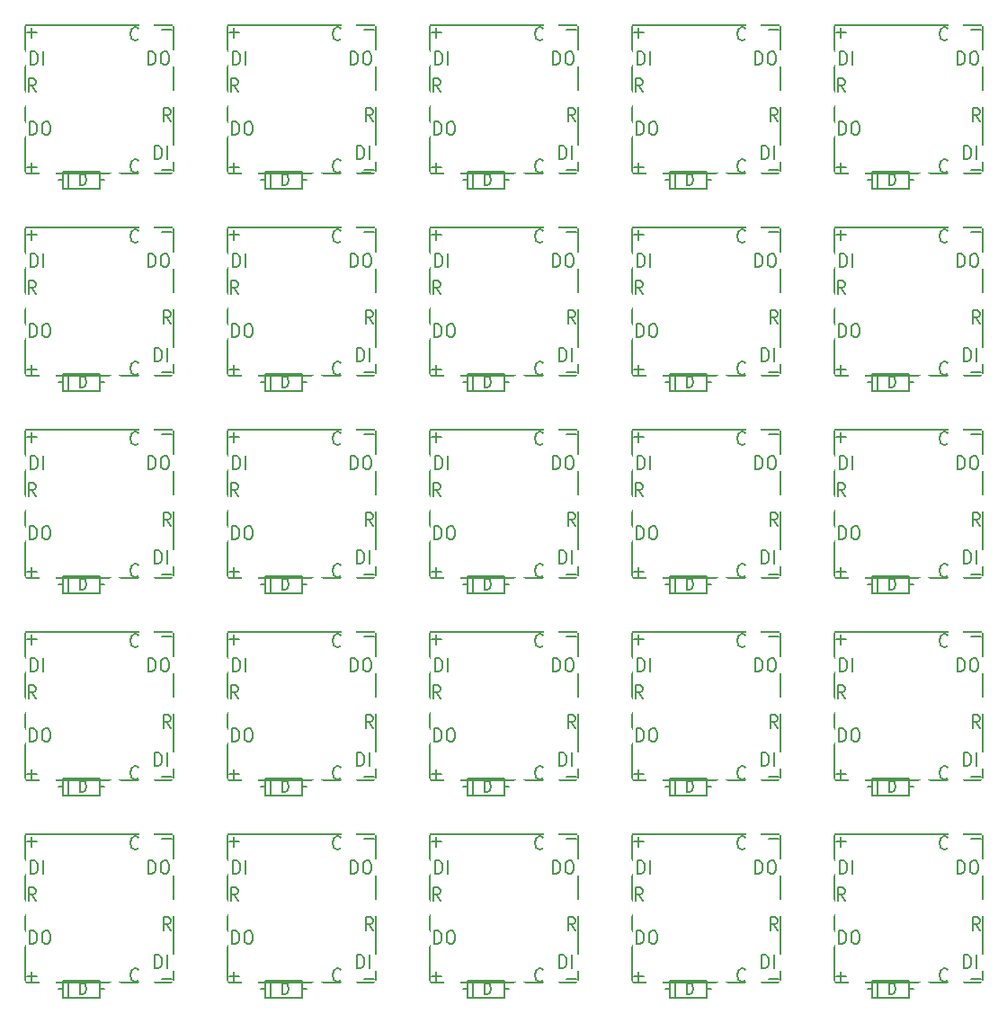
<source format=gto>
G04 #@! TF.GenerationSoftware,KiCad,Pcbnew,5.1.5+dfsg1-2build2*
G04 #@! TF.CreationDate,2021-01-11T18:32:22+09:00*
G04 #@! TF.ProjectId,container,636f6e74-6169-46e6-9572-2e6b69636164,rev?*
G04 #@! TF.SameCoordinates,Original*
G04 #@! TF.FileFunction,Legend,Top*
G04 #@! TF.FilePolarity,Positive*
%FSLAX46Y46*%
G04 Gerber Fmt 4.6, Leading zero omitted, Abs format (unit mm)*
G04 Created by KiCad (PCBNEW 5.1.5+dfsg1-2build2) date 2021-01-11 18:32:22*
%MOMM*%
%LPD*%
G04 APERTURE LIST*
%ADD10C,0.200000*%
%ADD11C,0.150000*%
%ADD12C,1.502000*%
%ADD13R,1.502000X1.502000*%
%ADD14C,3.102000*%
%ADD15C,4.202000*%
%ADD16C,2.002000*%
%ADD17C,1.902000*%
G04 APERTURE END LIST*
D10*
X143814857Y-105622714D02*
X144729142Y-105622714D01*
X144272000Y-106079857D02*
X144272000Y-105165571D01*
X124764857Y-105622714D02*
X125679142Y-105622714D01*
X125222000Y-106079857D02*
X125222000Y-105165571D01*
X105714857Y-105622714D02*
X106629142Y-105622714D01*
X106172000Y-106079857D02*
X106172000Y-105165571D01*
X86664857Y-105622714D02*
X87579142Y-105622714D01*
X87122000Y-106079857D02*
X87122000Y-105165571D01*
X67614857Y-105622714D02*
X68529142Y-105622714D01*
X68072000Y-106079857D02*
X68072000Y-105165571D01*
X143814857Y-86572714D02*
X144729142Y-86572714D01*
X144272000Y-87029857D02*
X144272000Y-86115571D01*
X124764857Y-86572714D02*
X125679142Y-86572714D01*
X125222000Y-87029857D02*
X125222000Y-86115571D01*
X105714857Y-86572714D02*
X106629142Y-86572714D01*
X106172000Y-87029857D02*
X106172000Y-86115571D01*
X86664857Y-86572714D02*
X87579142Y-86572714D01*
X87122000Y-87029857D02*
X87122000Y-86115571D01*
X67614857Y-86572714D02*
X68529142Y-86572714D01*
X68072000Y-87029857D02*
X68072000Y-86115571D01*
X143814857Y-67522714D02*
X144729142Y-67522714D01*
X144272000Y-67979857D02*
X144272000Y-67065571D01*
X124764857Y-67522714D02*
X125679142Y-67522714D01*
X125222000Y-67979857D02*
X125222000Y-67065571D01*
X105714857Y-67522714D02*
X106629142Y-67522714D01*
X106172000Y-67979857D02*
X106172000Y-67065571D01*
X86664857Y-67522714D02*
X87579142Y-67522714D01*
X87122000Y-67979857D02*
X87122000Y-67065571D01*
X67614857Y-67522714D02*
X68529142Y-67522714D01*
X68072000Y-67979857D02*
X68072000Y-67065571D01*
X143814857Y-48472714D02*
X144729142Y-48472714D01*
X144272000Y-48929857D02*
X144272000Y-48015571D01*
X124764857Y-48472714D02*
X125679142Y-48472714D01*
X125222000Y-48929857D02*
X125222000Y-48015571D01*
X105714857Y-48472714D02*
X106629142Y-48472714D01*
X106172000Y-48929857D02*
X106172000Y-48015571D01*
X86664857Y-48472714D02*
X87579142Y-48472714D01*
X87122000Y-48929857D02*
X87122000Y-48015571D01*
X67614857Y-48472714D02*
X68529142Y-48472714D01*
X68072000Y-48929857D02*
X68072000Y-48015571D01*
X143814857Y-29422714D02*
X144729142Y-29422714D01*
X144272000Y-29879857D02*
X144272000Y-28965571D01*
X124764857Y-29422714D02*
X125679142Y-29422714D01*
X125222000Y-29879857D02*
X125222000Y-28965571D01*
X105714857Y-29422714D02*
X106629142Y-29422714D01*
X106172000Y-29879857D02*
X106172000Y-28965571D01*
X86664857Y-29422714D02*
X87579142Y-29422714D01*
X87122000Y-29879857D02*
X87122000Y-28965571D01*
X143814857Y-118322714D02*
X144729142Y-118322714D01*
X144272000Y-118779857D02*
X144272000Y-117865571D01*
X124764857Y-118322714D02*
X125679142Y-118322714D01*
X125222000Y-118779857D02*
X125222000Y-117865571D01*
X105714857Y-118322714D02*
X106629142Y-118322714D01*
X106172000Y-118779857D02*
X106172000Y-117865571D01*
X86664857Y-118322714D02*
X87579142Y-118322714D01*
X87122000Y-118779857D02*
X87122000Y-117865571D01*
X67614857Y-118322714D02*
X68529142Y-118322714D01*
X68072000Y-118779857D02*
X68072000Y-117865571D01*
X143814857Y-99272714D02*
X144729142Y-99272714D01*
X144272000Y-99729857D02*
X144272000Y-98815571D01*
X124764857Y-99272714D02*
X125679142Y-99272714D01*
X125222000Y-99729857D02*
X125222000Y-98815571D01*
X105714857Y-99272714D02*
X106629142Y-99272714D01*
X106172000Y-99729857D02*
X106172000Y-98815571D01*
X86664857Y-99272714D02*
X87579142Y-99272714D01*
X87122000Y-99729857D02*
X87122000Y-98815571D01*
X67614857Y-99272714D02*
X68529142Y-99272714D01*
X68072000Y-99729857D02*
X68072000Y-98815571D01*
X143814857Y-80222714D02*
X144729142Y-80222714D01*
X144272000Y-80679857D02*
X144272000Y-79765571D01*
X124764857Y-80222714D02*
X125679142Y-80222714D01*
X125222000Y-80679857D02*
X125222000Y-79765571D01*
X105714857Y-80222714D02*
X106629142Y-80222714D01*
X106172000Y-80679857D02*
X106172000Y-79765571D01*
X86664857Y-80222714D02*
X87579142Y-80222714D01*
X87122000Y-80679857D02*
X87122000Y-79765571D01*
X67614857Y-80222714D02*
X68529142Y-80222714D01*
X68072000Y-80679857D02*
X68072000Y-79765571D01*
X143814857Y-61172714D02*
X144729142Y-61172714D01*
X144272000Y-61629857D02*
X144272000Y-60715571D01*
X124764857Y-61172714D02*
X125679142Y-61172714D01*
X125222000Y-61629857D02*
X125222000Y-60715571D01*
X105714857Y-61172714D02*
X106629142Y-61172714D01*
X106172000Y-61629857D02*
X106172000Y-60715571D01*
X86664857Y-61172714D02*
X87579142Y-61172714D01*
X87122000Y-61629857D02*
X87122000Y-60715571D01*
X67614857Y-61172714D02*
X68529142Y-61172714D01*
X68072000Y-61629857D02*
X68072000Y-60715571D01*
X143814857Y-42122714D02*
X144729142Y-42122714D01*
X144272000Y-42579857D02*
X144272000Y-41665571D01*
X124764857Y-42122714D02*
X125679142Y-42122714D01*
X125222000Y-42579857D02*
X125222000Y-41665571D01*
X105714857Y-42122714D02*
X106629142Y-42122714D01*
X106172000Y-42579857D02*
X106172000Y-41665571D01*
X86664857Y-42122714D02*
X87579142Y-42122714D01*
X87122000Y-42579857D02*
X87122000Y-41665571D01*
X154295428Y-106219571D02*
X154238285Y-106276714D01*
X154066857Y-106333857D01*
X153952571Y-106333857D01*
X153781142Y-106276714D01*
X153666857Y-106162428D01*
X153609714Y-106048142D01*
X153552571Y-105819571D01*
X153552571Y-105648142D01*
X153609714Y-105419571D01*
X153666857Y-105305285D01*
X153781142Y-105191000D01*
X153952571Y-105133857D01*
X154066857Y-105133857D01*
X154238285Y-105191000D01*
X154295428Y-105248142D01*
X135245428Y-106219571D02*
X135188285Y-106276714D01*
X135016857Y-106333857D01*
X134902571Y-106333857D01*
X134731142Y-106276714D01*
X134616857Y-106162428D01*
X134559714Y-106048142D01*
X134502571Y-105819571D01*
X134502571Y-105648142D01*
X134559714Y-105419571D01*
X134616857Y-105305285D01*
X134731142Y-105191000D01*
X134902571Y-105133857D01*
X135016857Y-105133857D01*
X135188285Y-105191000D01*
X135245428Y-105248142D01*
X116195428Y-106219571D02*
X116138285Y-106276714D01*
X115966857Y-106333857D01*
X115852571Y-106333857D01*
X115681142Y-106276714D01*
X115566857Y-106162428D01*
X115509714Y-106048142D01*
X115452571Y-105819571D01*
X115452571Y-105648142D01*
X115509714Y-105419571D01*
X115566857Y-105305285D01*
X115681142Y-105191000D01*
X115852571Y-105133857D01*
X115966857Y-105133857D01*
X116138285Y-105191000D01*
X116195428Y-105248142D01*
X97145428Y-106219571D02*
X97088285Y-106276714D01*
X96916857Y-106333857D01*
X96802571Y-106333857D01*
X96631142Y-106276714D01*
X96516857Y-106162428D01*
X96459714Y-106048142D01*
X96402571Y-105819571D01*
X96402571Y-105648142D01*
X96459714Y-105419571D01*
X96516857Y-105305285D01*
X96631142Y-105191000D01*
X96802571Y-105133857D01*
X96916857Y-105133857D01*
X97088285Y-105191000D01*
X97145428Y-105248142D01*
X78095428Y-106219571D02*
X78038285Y-106276714D01*
X77866857Y-106333857D01*
X77752571Y-106333857D01*
X77581142Y-106276714D01*
X77466857Y-106162428D01*
X77409714Y-106048142D01*
X77352571Y-105819571D01*
X77352571Y-105648142D01*
X77409714Y-105419571D01*
X77466857Y-105305285D01*
X77581142Y-105191000D01*
X77752571Y-105133857D01*
X77866857Y-105133857D01*
X78038285Y-105191000D01*
X78095428Y-105248142D01*
X154295428Y-87169571D02*
X154238285Y-87226714D01*
X154066857Y-87283857D01*
X153952571Y-87283857D01*
X153781142Y-87226714D01*
X153666857Y-87112428D01*
X153609714Y-86998142D01*
X153552571Y-86769571D01*
X153552571Y-86598142D01*
X153609714Y-86369571D01*
X153666857Y-86255285D01*
X153781142Y-86141000D01*
X153952571Y-86083857D01*
X154066857Y-86083857D01*
X154238285Y-86141000D01*
X154295428Y-86198142D01*
X135245428Y-87169571D02*
X135188285Y-87226714D01*
X135016857Y-87283857D01*
X134902571Y-87283857D01*
X134731142Y-87226714D01*
X134616857Y-87112428D01*
X134559714Y-86998142D01*
X134502571Y-86769571D01*
X134502571Y-86598142D01*
X134559714Y-86369571D01*
X134616857Y-86255285D01*
X134731142Y-86141000D01*
X134902571Y-86083857D01*
X135016857Y-86083857D01*
X135188285Y-86141000D01*
X135245428Y-86198142D01*
X116195428Y-87169571D02*
X116138285Y-87226714D01*
X115966857Y-87283857D01*
X115852571Y-87283857D01*
X115681142Y-87226714D01*
X115566857Y-87112428D01*
X115509714Y-86998142D01*
X115452571Y-86769571D01*
X115452571Y-86598142D01*
X115509714Y-86369571D01*
X115566857Y-86255285D01*
X115681142Y-86141000D01*
X115852571Y-86083857D01*
X115966857Y-86083857D01*
X116138285Y-86141000D01*
X116195428Y-86198142D01*
X97145428Y-87169571D02*
X97088285Y-87226714D01*
X96916857Y-87283857D01*
X96802571Y-87283857D01*
X96631142Y-87226714D01*
X96516857Y-87112428D01*
X96459714Y-86998142D01*
X96402571Y-86769571D01*
X96402571Y-86598142D01*
X96459714Y-86369571D01*
X96516857Y-86255285D01*
X96631142Y-86141000D01*
X96802571Y-86083857D01*
X96916857Y-86083857D01*
X97088285Y-86141000D01*
X97145428Y-86198142D01*
X78095428Y-87169571D02*
X78038285Y-87226714D01*
X77866857Y-87283857D01*
X77752571Y-87283857D01*
X77581142Y-87226714D01*
X77466857Y-87112428D01*
X77409714Y-86998142D01*
X77352571Y-86769571D01*
X77352571Y-86598142D01*
X77409714Y-86369571D01*
X77466857Y-86255285D01*
X77581142Y-86141000D01*
X77752571Y-86083857D01*
X77866857Y-86083857D01*
X78038285Y-86141000D01*
X78095428Y-86198142D01*
X154295428Y-68119571D02*
X154238285Y-68176714D01*
X154066857Y-68233857D01*
X153952571Y-68233857D01*
X153781142Y-68176714D01*
X153666857Y-68062428D01*
X153609714Y-67948142D01*
X153552571Y-67719571D01*
X153552571Y-67548142D01*
X153609714Y-67319571D01*
X153666857Y-67205285D01*
X153781142Y-67091000D01*
X153952571Y-67033857D01*
X154066857Y-67033857D01*
X154238285Y-67091000D01*
X154295428Y-67148142D01*
X135245428Y-68119571D02*
X135188285Y-68176714D01*
X135016857Y-68233857D01*
X134902571Y-68233857D01*
X134731142Y-68176714D01*
X134616857Y-68062428D01*
X134559714Y-67948142D01*
X134502571Y-67719571D01*
X134502571Y-67548142D01*
X134559714Y-67319571D01*
X134616857Y-67205285D01*
X134731142Y-67091000D01*
X134902571Y-67033857D01*
X135016857Y-67033857D01*
X135188285Y-67091000D01*
X135245428Y-67148142D01*
X116195428Y-68119571D02*
X116138285Y-68176714D01*
X115966857Y-68233857D01*
X115852571Y-68233857D01*
X115681142Y-68176714D01*
X115566857Y-68062428D01*
X115509714Y-67948142D01*
X115452571Y-67719571D01*
X115452571Y-67548142D01*
X115509714Y-67319571D01*
X115566857Y-67205285D01*
X115681142Y-67091000D01*
X115852571Y-67033857D01*
X115966857Y-67033857D01*
X116138285Y-67091000D01*
X116195428Y-67148142D01*
X97145428Y-68119571D02*
X97088285Y-68176714D01*
X96916857Y-68233857D01*
X96802571Y-68233857D01*
X96631142Y-68176714D01*
X96516857Y-68062428D01*
X96459714Y-67948142D01*
X96402571Y-67719571D01*
X96402571Y-67548142D01*
X96459714Y-67319571D01*
X96516857Y-67205285D01*
X96631142Y-67091000D01*
X96802571Y-67033857D01*
X96916857Y-67033857D01*
X97088285Y-67091000D01*
X97145428Y-67148142D01*
X78095428Y-68119571D02*
X78038285Y-68176714D01*
X77866857Y-68233857D01*
X77752571Y-68233857D01*
X77581142Y-68176714D01*
X77466857Y-68062428D01*
X77409714Y-67948142D01*
X77352571Y-67719571D01*
X77352571Y-67548142D01*
X77409714Y-67319571D01*
X77466857Y-67205285D01*
X77581142Y-67091000D01*
X77752571Y-67033857D01*
X77866857Y-67033857D01*
X78038285Y-67091000D01*
X78095428Y-67148142D01*
X154295428Y-49069571D02*
X154238285Y-49126714D01*
X154066857Y-49183857D01*
X153952571Y-49183857D01*
X153781142Y-49126714D01*
X153666857Y-49012428D01*
X153609714Y-48898142D01*
X153552571Y-48669571D01*
X153552571Y-48498142D01*
X153609714Y-48269571D01*
X153666857Y-48155285D01*
X153781142Y-48041000D01*
X153952571Y-47983857D01*
X154066857Y-47983857D01*
X154238285Y-48041000D01*
X154295428Y-48098142D01*
X135245428Y-49069571D02*
X135188285Y-49126714D01*
X135016857Y-49183857D01*
X134902571Y-49183857D01*
X134731142Y-49126714D01*
X134616857Y-49012428D01*
X134559714Y-48898142D01*
X134502571Y-48669571D01*
X134502571Y-48498142D01*
X134559714Y-48269571D01*
X134616857Y-48155285D01*
X134731142Y-48041000D01*
X134902571Y-47983857D01*
X135016857Y-47983857D01*
X135188285Y-48041000D01*
X135245428Y-48098142D01*
X116195428Y-49069571D02*
X116138285Y-49126714D01*
X115966857Y-49183857D01*
X115852571Y-49183857D01*
X115681142Y-49126714D01*
X115566857Y-49012428D01*
X115509714Y-48898142D01*
X115452571Y-48669571D01*
X115452571Y-48498142D01*
X115509714Y-48269571D01*
X115566857Y-48155285D01*
X115681142Y-48041000D01*
X115852571Y-47983857D01*
X115966857Y-47983857D01*
X116138285Y-48041000D01*
X116195428Y-48098142D01*
X97145428Y-49069571D02*
X97088285Y-49126714D01*
X96916857Y-49183857D01*
X96802571Y-49183857D01*
X96631142Y-49126714D01*
X96516857Y-49012428D01*
X96459714Y-48898142D01*
X96402571Y-48669571D01*
X96402571Y-48498142D01*
X96459714Y-48269571D01*
X96516857Y-48155285D01*
X96631142Y-48041000D01*
X96802571Y-47983857D01*
X96916857Y-47983857D01*
X97088285Y-48041000D01*
X97145428Y-48098142D01*
X78095428Y-49069571D02*
X78038285Y-49126714D01*
X77866857Y-49183857D01*
X77752571Y-49183857D01*
X77581142Y-49126714D01*
X77466857Y-49012428D01*
X77409714Y-48898142D01*
X77352571Y-48669571D01*
X77352571Y-48498142D01*
X77409714Y-48269571D01*
X77466857Y-48155285D01*
X77581142Y-48041000D01*
X77752571Y-47983857D01*
X77866857Y-47983857D01*
X78038285Y-48041000D01*
X78095428Y-48098142D01*
X154295428Y-30019571D02*
X154238285Y-30076714D01*
X154066857Y-30133857D01*
X153952571Y-30133857D01*
X153781142Y-30076714D01*
X153666857Y-29962428D01*
X153609714Y-29848142D01*
X153552571Y-29619571D01*
X153552571Y-29448142D01*
X153609714Y-29219571D01*
X153666857Y-29105285D01*
X153781142Y-28991000D01*
X153952571Y-28933857D01*
X154066857Y-28933857D01*
X154238285Y-28991000D01*
X154295428Y-29048142D01*
X135245428Y-30019571D02*
X135188285Y-30076714D01*
X135016857Y-30133857D01*
X134902571Y-30133857D01*
X134731142Y-30076714D01*
X134616857Y-29962428D01*
X134559714Y-29848142D01*
X134502571Y-29619571D01*
X134502571Y-29448142D01*
X134559714Y-29219571D01*
X134616857Y-29105285D01*
X134731142Y-28991000D01*
X134902571Y-28933857D01*
X135016857Y-28933857D01*
X135188285Y-28991000D01*
X135245428Y-29048142D01*
X116195428Y-30019571D02*
X116138285Y-30076714D01*
X115966857Y-30133857D01*
X115852571Y-30133857D01*
X115681142Y-30076714D01*
X115566857Y-29962428D01*
X115509714Y-29848142D01*
X115452571Y-29619571D01*
X115452571Y-29448142D01*
X115509714Y-29219571D01*
X115566857Y-29105285D01*
X115681142Y-28991000D01*
X115852571Y-28933857D01*
X115966857Y-28933857D01*
X116138285Y-28991000D01*
X116195428Y-29048142D01*
X97145428Y-30019571D02*
X97088285Y-30076714D01*
X96916857Y-30133857D01*
X96802571Y-30133857D01*
X96631142Y-30076714D01*
X96516857Y-29962428D01*
X96459714Y-29848142D01*
X96402571Y-29619571D01*
X96402571Y-29448142D01*
X96459714Y-29219571D01*
X96516857Y-29105285D01*
X96631142Y-28991000D01*
X96802571Y-28933857D01*
X96916857Y-28933857D01*
X97088285Y-28991000D01*
X97145428Y-29048142D01*
X154295428Y-118665571D02*
X154238285Y-118722714D01*
X154066857Y-118779857D01*
X153952571Y-118779857D01*
X153781142Y-118722714D01*
X153666857Y-118608428D01*
X153609714Y-118494142D01*
X153552571Y-118265571D01*
X153552571Y-118094142D01*
X153609714Y-117865571D01*
X153666857Y-117751285D01*
X153781142Y-117637000D01*
X153952571Y-117579857D01*
X154066857Y-117579857D01*
X154238285Y-117637000D01*
X154295428Y-117694142D01*
X135245428Y-118665571D02*
X135188285Y-118722714D01*
X135016857Y-118779857D01*
X134902571Y-118779857D01*
X134731142Y-118722714D01*
X134616857Y-118608428D01*
X134559714Y-118494142D01*
X134502571Y-118265571D01*
X134502571Y-118094142D01*
X134559714Y-117865571D01*
X134616857Y-117751285D01*
X134731142Y-117637000D01*
X134902571Y-117579857D01*
X135016857Y-117579857D01*
X135188285Y-117637000D01*
X135245428Y-117694142D01*
X116195428Y-118665571D02*
X116138285Y-118722714D01*
X115966857Y-118779857D01*
X115852571Y-118779857D01*
X115681142Y-118722714D01*
X115566857Y-118608428D01*
X115509714Y-118494142D01*
X115452571Y-118265571D01*
X115452571Y-118094142D01*
X115509714Y-117865571D01*
X115566857Y-117751285D01*
X115681142Y-117637000D01*
X115852571Y-117579857D01*
X115966857Y-117579857D01*
X116138285Y-117637000D01*
X116195428Y-117694142D01*
X97145428Y-118665571D02*
X97088285Y-118722714D01*
X96916857Y-118779857D01*
X96802571Y-118779857D01*
X96631142Y-118722714D01*
X96516857Y-118608428D01*
X96459714Y-118494142D01*
X96402571Y-118265571D01*
X96402571Y-118094142D01*
X96459714Y-117865571D01*
X96516857Y-117751285D01*
X96631142Y-117637000D01*
X96802571Y-117579857D01*
X96916857Y-117579857D01*
X97088285Y-117637000D01*
X97145428Y-117694142D01*
X78095428Y-118665571D02*
X78038285Y-118722714D01*
X77866857Y-118779857D01*
X77752571Y-118779857D01*
X77581142Y-118722714D01*
X77466857Y-118608428D01*
X77409714Y-118494142D01*
X77352571Y-118265571D01*
X77352571Y-118094142D01*
X77409714Y-117865571D01*
X77466857Y-117751285D01*
X77581142Y-117637000D01*
X77752571Y-117579857D01*
X77866857Y-117579857D01*
X78038285Y-117637000D01*
X78095428Y-117694142D01*
X154295428Y-99615571D02*
X154238285Y-99672714D01*
X154066857Y-99729857D01*
X153952571Y-99729857D01*
X153781142Y-99672714D01*
X153666857Y-99558428D01*
X153609714Y-99444142D01*
X153552571Y-99215571D01*
X153552571Y-99044142D01*
X153609714Y-98815571D01*
X153666857Y-98701285D01*
X153781142Y-98587000D01*
X153952571Y-98529857D01*
X154066857Y-98529857D01*
X154238285Y-98587000D01*
X154295428Y-98644142D01*
X135245428Y-99615571D02*
X135188285Y-99672714D01*
X135016857Y-99729857D01*
X134902571Y-99729857D01*
X134731142Y-99672714D01*
X134616857Y-99558428D01*
X134559714Y-99444142D01*
X134502571Y-99215571D01*
X134502571Y-99044142D01*
X134559714Y-98815571D01*
X134616857Y-98701285D01*
X134731142Y-98587000D01*
X134902571Y-98529857D01*
X135016857Y-98529857D01*
X135188285Y-98587000D01*
X135245428Y-98644142D01*
X116195428Y-99615571D02*
X116138285Y-99672714D01*
X115966857Y-99729857D01*
X115852571Y-99729857D01*
X115681142Y-99672714D01*
X115566857Y-99558428D01*
X115509714Y-99444142D01*
X115452571Y-99215571D01*
X115452571Y-99044142D01*
X115509714Y-98815571D01*
X115566857Y-98701285D01*
X115681142Y-98587000D01*
X115852571Y-98529857D01*
X115966857Y-98529857D01*
X116138285Y-98587000D01*
X116195428Y-98644142D01*
X97145428Y-99615571D02*
X97088285Y-99672714D01*
X96916857Y-99729857D01*
X96802571Y-99729857D01*
X96631142Y-99672714D01*
X96516857Y-99558428D01*
X96459714Y-99444142D01*
X96402571Y-99215571D01*
X96402571Y-99044142D01*
X96459714Y-98815571D01*
X96516857Y-98701285D01*
X96631142Y-98587000D01*
X96802571Y-98529857D01*
X96916857Y-98529857D01*
X97088285Y-98587000D01*
X97145428Y-98644142D01*
X78095428Y-99615571D02*
X78038285Y-99672714D01*
X77866857Y-99729857D01*
X77752571Y-99729857D01*
X77581142Y-99672714D01*
X77466857Y-99558428D01*
X77409714Y-99444142D01*
X77352571Y-99215571D01*
X77352571Y-99044142D01*
X77409714Y-98815571D01*
X77466857Y-98701285D01*
X77581142Y-98587000D01*
X77752571Y-98529857D01*
X77866857Y-98529857D01*
X78038285Y-98587000D01*
X78095428Y-98644142D01*
X154295428Y-80565571D02*
X154238285Y-80622714D01*
X154066857Y-80679857D01*
X153952571Y-80679857D01*
X153781142Y-80622714D01*
X153666857Y-80508428D01*
X153609714Y-80394142D01*
X153552571Y-80165571D01*
X153552571Y-79994142D01*
X153609714Y-79765571D01*
X153666857Y-79651285D01*
X153781142Y-79537000D01*
X153952571Y-79479857D01*
X154066857Y-79479857D01*
X154238285Y-79537000D01*
X154295428Y-79594142D01*
X135245428Y-80565571D02*
X135188285Y-80622714D01*
X135016857Y-80679857D01*
X134902571Y-80679857D01*
X134731142Y-80622714D01*
X134616857Y-80508428D01*
X134559714Y-80394142D01*
X134502571Y-80165571D01*
X134502571Y-79994142D01*
X134559714Y-79765571D01*
X134616857Y-79651285D01*
X134731142Y-79537000D01*
X134902571Y-79479857D01*
X135016857Y-79479857D01*
X135188285Y-79537000D01*
X135245428Y-79594142D01*
X116195428Y-80565571D02*
X116138285Y-80622714D01*
X115966857Y-80679857D01*
X115852571Y-80679857D01*
X115681142Y-80622714D01*
X115566857Y-80508428D01*
X115509714Y-80394142D01*
X115452571Y-80165571D01*
X115452571Y-79994142D01*
X115509714Y-79765571D01*
X115566857Y-79651285D01*
X115681142Y-79537000D01*
X115852571Y-79479857D01*
X115966857Y-79479857D01*
X116138285Y-79537000D01*
X116195428Y-79594142D01*
X97145428Y-80565571D02*
X97088285Y-80622714D01*
X96916857Y-80679857D01*
X96802571Y-80679857D01*
X96631142Y-80622714D01*
X96516857Y-80508428D01*
X96459714Y-80394142D01*
X96402571Y-80165571D01*
X96402571Y-79994142D01*
X96459714Y-79765571D01*
X96516857Y-79651285D01*
X96631142Y-79537000D01*
X96802571Y-79479857D01*
X96916857Y-79479857D01*
X97088285Y-79537000D01*
X97145428Y-79594142D01*
X78095428Y-80565571D02*
X78038285Y-80622714D01*
X77866857Y-80679857D01*
X77752571Y-80679857D01*
X77581142Y-80622714D01*
X77466857Y-80508428D01*
X77409714Y-80394142D01*
X77352571Y-80165571D01*
X77352571Y-79994142D01*
X77409714Y-79765571D01*
X77466857Y-79651285D01*
X77581142Y-79537000D01*
X77752571Y-79479857D01*
X77866857Y-79479857D01*
X78038285Y-79537000D01*
X78095428Y-79594142D01*
X154295428Y-61515571D02*
X154238285Y-61572714D01*
X154066857Y-61629857D01*
X153952571Y-61629857D01*
X153781142Y-61572714D01*
X153666857Y-61458428D01*
X153609714Y-61344142D01*
X153552571Y-61115571D01*
X153552571Y-60944142D01*
X153609714Y-60715571D01*
X153666857Y-60601285D01*
X153781142Y-60487000D01*
X153952571Y-60429857D01*
X154066857Y-60429857D01*
X154238285Y-60487000D01*
X154295428Y-60544142D01*
X135245428Y-61515571D02*
X135188285Y-61572714D01*
X135016857Y-61629857D01*
X134902571Y-61629857D01*
X134731142Y-61572714D01*
X134616857Y-61458428D01*
X134559714Y-61344142D01*
X134502571Y-61115571D01*
X134502571Y-60944142D01*
X134559714Y-60715571D01*
X134616857Y-60601285D01*
X134731142Y-60487000D01*
X134902571Y-60429857D01*
X135016857Y-60429857D01*
X135188285Y-60487000D01*
X135245428Y-60544142D01*
X116195428Y-61515571D02*
X116138285Y-61572714D01*
X115966857Y-61629857D01*
X115852571Y-61629857D01*
X115681142Y-61572714D01*
X115566857Y-61458428D01*
X115509714Y-61344142D01*
X115452571Y-61115571D01*
X115452571Y-60944142D01*
X115509714Y-60715571D01*
X115566857Y-60601285D01*
X115681142Y-60487000D01*
X115852571Y-60429857D01*
X115966857Y-60429857D01*
X116138285Y-60487000D01*
X116195428Y-60544142D01*
X97145428Y-61515571D02*
X97088285Y-61572714D01*
X96916857Y-61629857D01*
X96802571Y-61629857D01*
X96631142Y-61572714D01*
X96516857Y-61458428D01*
X96459714Y-61344142D01*
X96402571Y-61115571D01*
X96402571Y-60944142D01*
X96459714Y-60715571D01*
X96516857Y-60601285D01*
X96631142Y-60487000D01*
X96802571Y-60429857D01*
X96916857Y-60429857D01*
X97088285Y-60487000D01*
X97145428Y-60544142D01*
X78095428Y-61515571D02*
X78038285Y-61572714D01*
X77866857Y-61629857D01*
X77752571Y-61629857D01*
X77581142Y-61572714D01*
X77466857Y-61458428D01*
X77409714Y-61344142D01*
X77352571Y-61115571D01*
X77352571Y-60944142D01*
X77409714Y-60715571D01*
X77466857Y-60601285D01*
X77581142Y-60487000D01*
X77752571Y-60429857D01*
X77866857Y-60429857D01*
X78038285Y-60487000D01*
X78095428Y-60544142D01*
X154295428Y-42465571D02*
X154238285Y-42522714D01*
X154066857Y-42579857D01*
X153952571Y-42579857D01*
X153781142Y-42522714D01*
X153666857Y-42408428D01*
X153609714Y-42294142D01*
X153552571Y-42065571D01*
X153552571Y-41894142D01*
X153609714Y-41665571D01*
X153666857Y-41551285D01*
X153781142Y-41437000D01*
X153952571Y-41379857D01*
X154066857Y-41379857D01*
X154238285Y-41437000D01*
X154295428Y-41494142D01*
X135245428Y-42465571D02*
X135188285Y-42522714D01*
X135016857Y-42579857D01*
X134902571Y-42579857D01*
X134731142Y-42522714D01*
X134616857Y-42408428D01*
X134559714Y-42294142D01*
X134502571Y-42065571D01*
X134502571Y-41894142D01*
X134559714Y-41665571D01*
X134616857Y-41551285D01*
X134731142Y-41437000D01*
X134902571Y-41379857D01*
X135016857Y-41379857D01*
X135188285Y-41437000D01*
X135245428Y-41494142D01*
X116195428Y-42465571D02*
X116138285Y-42522714D01*
X115966857Y-42579857D01*
X115852571Y-42579857D01*
X115681142Y-42522714D01*
X115566857Y-42408428D01*
X115509714Y-42294142D01*
X115452571Y-42065571D01*
X115452571Y-41894142D01*
X115509714Y-41665571D01*
X115566857Y-41551285D01*
X115681142Y-41437000D01*
X115852571Y-41379857D01*
X115966857Y-41379857D01*
X116138285Y-41437000D01*
X116195428Y-41494142D01*
X97145428Y-42465571D02*
X97088285Y-42522714D01*
X96916857Y-42579857D01*
X96802571Y-42579857D01*
X96631142Y-42522714D01*
X96516857Y-42408428D01*
X96459714Y-42294142D01*
X96402571Y-42065571D01*
X96402571Y-41894142D01*
X96459714Y-41665571D01*
X96516857Y-41551285D01*
X96631142Y-41437000D01*
X96802571Y-41379857D01*
X96916857Y-41379857D01*
X97088285Y-41437000D01*
X97145428Y-41494142D01*
X144643428Y-111159857D02*
X144243428Y-110588428D01*
X143957714Y-111159857D02*
X143957714Y-109959857D01*
X144414857Y-109959857D01*
X144529142Y-110017000D01*
X144586285Y-110074142D01*
X144643428Y-110188428D01*
X144643428Y-110359857D01*
X144586285Y-110474142D01*
X144529142Y-110531285D01*
X144414857Y-110588428D01*
X143957714Y-110588428D01*
X125593428Y-111159857D02*
X125193428Y-110588428D01*
X124907714Y-111159857D02*
X124907714Y-109959857D01*
X125364857Y-109959857D01*
X125479142Y-110017000D01*
X125536285Y-110074142D01*
X125593428Y-110188428D01*
X125593428Y-110359857D01*
X125536285Y-110474142D01*
X125479142Y-110531285D01*
X125364857Y-110588428D01*
X124907714Y-110588428D01*
X106543428Y-111159857D02*
X106143428Y-110588428D01*
X105857714Y-111159857D02*
X105857714Y-109959857D01*
X106314857Y-109959857D01*
X106429142Y-110017000D01*
X106486285Y-110074142D01*
X106543428Y-110188428D01*
X106543428Y-110359857D01*
X106486285Y-110474142D01*
X106429142Y-110531285D01*
X106314857Y-110588428D01*
X105857714Y-110588428D01*
X87493428Y-111159857D02*
X87093428Y-110588428D01*
X86807714Y-111159857D02*
X86807714Y-109959857D01*
X87264857Y-109959857D01*
X87379142Y-110017000D01*
X87436285Y-110074142D01*
X87493428Y-110188428D01*
X87493428Y-110359857D01*
X87436285Y-110474142D01*
X87379142Y-110531285D01*
X87264857Y-110588428D01*
X86807714Y-110588428D01*
X68443428Y-111159857D02*
X68043428Y-110588428D01*
X67757714Y-111159857D02*
X67757714Y-109959857D01*
X68214857Y-109959857D01*
X68329142Y-110017000D01*
X68386285Y-110074142D01*
X68443428Y-110188428D01*
X68443428Y-110359857D01*
X68386285Y-110474142D01*
X68329142Y-110531285D01*
X68214857Y-110588428D01*
X67757714Y-110588428D01*
X144643428Y-92109857D02*
X144243428Y-91538428D01*
X143957714Y-92109857D02*
X143957714Y-90909857D01*
X144414857Y-90909857D01*
X144529142Y-90967000D01*
X144586285Y-91024142D01*
X144643428Y-91138428D01*
X144643428Y-91309857D01*
X144586285Y-91424142D01*
X144529142Y-91481285D01*
X144414857Y-91538428D01*
X143957714Y-91538428D01*
X125593428Y-92109857D02*
X125193428Y-91538428D01*
X124907714Y-92109857D02*
X124907714Y-90909857D01*
X125364857Y-90909857D01*
X125479142Y-90967000D01*
X125536285Y-91024142D01*
X125593428Y-91138428D01*
X125593428Y-91309857D01*
X125536285Y-91424142D01*
X125479142Y-91481285D01*
X125364857Y-91538428D01*
X124907714Y-91538428D01*
X106543428Y-92109857D02*
X106143428Y-91538428D01*
X105857714Y-92109857D02*
X105857714Y-90909857D01*
X106314857Y-90909857D01*
X106429142Y-90967000D01*
X106486285Y-91024142D01*
X106543428Y-91138428D01*
X106543428Y-91309857D01*
X106486285Y-91424142D01*
X106429142Y-91481285D01*
X106314857Y-91538428D01*
X105857714Y-91538428D01*
X87493428Y-92109857D02*
X87093428Y-91538428D01*
X86807714Y-92109857D02*
X86807714Y-90909857D01*
X87264857Y-90909857D01*
X87379142Y-90967000D01*
X87436285Y-91024142D01*
X87493428Y-91138428D01*
X87493428Y-91309857D01*
X87436285Y-91424142D01*
X87379142Y-91481285D01*
X87264857Y-91538428D01*
X86807714Y-91538428D01*
X68443428Y-92109857D02*
X68043428Y-91538428D01*
X67757714Y-92109857D02*
X67757714Y-90909857D01*
X68214857Y-90909857D01*
X68329142Y-90967000D01*
X68386285Y-91024142D01*
X68443428Y-91138428D01*
X68443428Y-91309857D01*
X68386285Y-91424142D01*
X68329142Y-91481285D01*
X68214857Y-91538428D01*
X67757714Y-91538428D01*
X144643428Y-73059857D02*
X144243428Y-72488428D01*
X143957714Y-73059857D02*
X143957714Y-71859857D01*
X144414857Y-71859857D01*
X144529142Y-71917000D01*
X144586285Y-71974142D01*
X144643428Y-72088428D01*
X144643428Y-72259857D01*
X144586285Y-72374142D01*
X144529142Y-72431285D01*
X144414857Y-72488428D01*
X143957714Y-72488428D01*
X125593428Y-73059857D02*
X125193428Y-72488428D01*
X124907714Y-73059857D02*
X124907714Y-71859857D01*
X125364857Y-71859857D01*
X125479142Y-71917000D01*
X125536285Y-71974142D01*
X125593428Y-72088428D01*
X125593428Y-72259857D01*
X125536285Y-72374142D01*
X125479142Y-72431285D01*
X125364857Y-72488428D01*
X124907714Y-72488428D01*
X106543428Y-73059857D02*
X106143428Y-72488428D01*
X105857714Y-73059857D02*
X105857714Y-71859857D01*
X106314857Y-71859857D01*
X106429142Y-71917000D01*
X106486285Y-71974142D01*
X106543428Y-72088428D01*
X106543428Y-72259857D01*
X106486285Y-72374142D01*
X106429142Y-72431285D01*
X106314857Y-72488428D01*
X105857714Y-72488428D01*
X87493428Y-73059857D02*
X87093428Y-72488428D01*
X86807714Y-73059857D02*
X86807714Y-71859857D01*
X87264857Y-71859857D01*
X87379142Y-71917000D01*
X87436285Y-71974142D01*
X87493428Y-72088428D01*
X87493428Y-72259857D01*
X87436285Y-72374142D01*
X87379142Y-72431285D01*
X87264857Y-72488428D01*
X86807714Y-72488428D01*
X68443428Y-73059857D02*
X68043428Y-72488428D01*
X67757714Y-73059857D02*
X67757714Y-71859857D01*
X68214857Y-71859857D01*
X68329142Y-71917000D01*
X68386285Y-71974142D01*
X68443428Y-72088428D01*
X68443428Y-72259857D01*
X68386285Y-72374142D01*
X68329142Y-72431285D01*
X68214857Y-72488428D01*
X67757714Y-72488428D01*
X144643428Y-54009857D02*
X144243428Y-53438428D01*
X143957714Y-54009857D02*
X143957714Y-52809857D01*
X144414857Y-52809857D01*
X144529142Y-52867000D01*
X144586285Y-52924142D01*
X144643428Y-53038428D01*
X144643428Y-53209857D01*
X144586285Y-53324142D01*
X144529142Y-53381285D01*
X144414857Y-53438428D01*
X143957714Y-53438428D01*
X125593428Y-54009857D02*
X125193428Y-53438428D01*
X124907714Y-54009857D02*
X124907714Y-52809857D01*
X125364857Y-52809857D01*
X125479142Y-52867000D01*
X125536285Y-52924142D01*
X125593428Y-53038428D01*
X125593428Y-53209857D01*
X125536285Y-53324142D01*
X125479142Y-53381285D01*
X125364857Y-53438428D01*
X124907714Y-53438428D01*
X106543428Y-54009857D02*
X106143428Y-53438428D01*
X105857714Y-54009857D02*
X105857714Y-52809857D01*
X106314857Y-52809857D01*
X106429142Y-52867000D01*
X106486285Y-52924142D01*
X106543428Y-53038428D01*
X106543428Y-53209857D01*
X106486285Y-53324142D01*
X106429142Y-53381285D01*
X106314857Y-53438428D01*
X105857714Y-53438428D01*
X87493428Y-54009857D02*
X87093428Y-53438428D01*
X86807714Y-54009857D02*
X86807714Y-52809857D01*
X87264857Y-52809857D01*
X87379142Y-52867000D01*
X87436285Y-52924142D01*
X87493428Y-53038428D01*
X87493428Y-53209857D01*
X87436285Y-53324142D01*
X87379142Y-53381285D01*
X87264857Y-53438428D01*
X86807714Y-53438428D01*
X68443428Y-54009857D02*
X68043428Y-53438428D01*
X67757714Y-54009857D02*
X67757714Y-52809857D01*
X68214857Y-52809857D01*
X68329142Y-52867000D01*
X68386285Y-52924142D01*
X68443428Y-53038428D01*
X68443428Y-53209857D01*
X68386285Y-53324142D01*
X68329142Y-53381285D01*
X68214857Y-53438428D01*
X67757714Y-53438428D01*
X144643428Y-34959857D02*
X144243428Y-34388428D01*
X143957714Y-34959857D02*
X143957714Y-33759857D01*
X144414857Y-33759857D01*
X144529142Y-33817000D01*
X144586285Y-33874142D01*
X144643428Y-33988428D01*
X144643428Y-34159857D01*
X144586285Y-34274142D01*
X144529142Y-34331285D01*
X144414857Y-34388428D01*
X143957714Y-34388428D01*
X125593428Y-34959857D02*
X125193428Y-34388428D01*
X124907714Y-34959857D02*
X124907714Y-33759857D01*
X125364857Y-33759857D01*
X125479142Y-33817000D01*
X125536285Y-33874142D01*
X125593428Y-33988428D01*
X125593428Y-34159857D01*
X125536285Y-34274142D01*
X125479142Y-34331285D01*
X125364857Y-34388428D01*
X124907714Y-34388428D01*
X106543428Y-34959857D02*
X106143428Y-34388428D01*
X105857714Y-34959857D02*
X105857714Y-33759857D01*
X106314857Y-33759857D01*
X106429142Y-33817000D01*
X106486285Y-33874142D01*
X106543428Y-33988428D01*
X106543428Y-34159857D01*
X106486285Y-34274142D01*
X106429142Y-34331285D01*
X106314857Y-34388428D01*
X105857714Y-34388428D01*
X87493428Y-34959857D02*
X87093428Y-34388428D01*
X86807714Y-34959857D02*
X86807714Y-33759857D01*
X87264857Y-33759857D01*
X87379142Y-33817000D01*
X87436285Y-33874142D01*
X87493428Y-33988428D01*
X87493428Y-34159857D01*
X87436285Y-34274142D01*
X87379142Y-34331285D01*
X87264857Y-34388428D01*
X86807714Y-34388428D01*
X157343428Y-113953857D02*
X156943428Y-113382428D01*
X156657714Y-113953857D02*
X156657714Y-112753857D01*
X157114857Y-112753857D01*
X157229142Y-112811000D01*
X157286285Y-112868142D01*
X157343428Y-112982428D01*
X157343428Y-113153857D01*
X157286285Y-113268142D01*
X157229142Y-113325285D01*
X157114857Y-113382428D01*
X156657714Y-113382428D01*
X138293428Y-113953857D02*
X137893428Y-113382428D01*
X137607714Y-113953857D02*
X137607714Y-112753857D01*
X138064857Y-112753857D01*
X138179142Y-112811000D01*
X138236285Y-112868142D01*
X138293428Y-112982428D01*
X138293428Y-113153857D01*
X138236285Y-113268142D01*
X138179142Y-113325285D01*
X138064857Y-113382428D01*
X137607714Y-113382428D01*
X119243428Y-113953857D02*
X118843428Y-113382428D01*
X118557714Y-113953857D02*
X118557714Y-112753857D01*
X119014857Y-112753857D01*
X119129142Y-112811000D01*
X119186285Y-112868142D01*
X119243428Y-112982428D01*
X119243428Y-113153857D01*
X119186285Y-113268142D01*
X119129142Y-113325285D01*
X119014857Y-113382428D01*
X118557714Y-113382428D01*
X100193428Y-113953857D02*
X99793428Y-113382428D01*
X99507714Y-113953857D02*
X99507714Y-112753857D01*
X99964857Y-112753857D01*
X100079142Y-112811000D01*
X100136285Y-112868142D01*
X100193428Y-112982428D01*
X100193428Y-113153857D01*
X100136285Y-113268142D01*
X100079142Y-113325285D01*
X99964857Y-113382428D01*
X99507714Y-113382428D01*
X81143428Y-113953857D02*
X80743428Y-113382428D01*
X80457714Y-113953857D02*
X80457714Y-112753857D01*
X80914857Y-112753857D01*
X81029142Y-112811000D01*
X81086285Y-112868142D01*
X81143428Y-112982428D01*
X81143428Y-113153857D01*
X81086285Y-113268142D01*
X81029142Y-113325285D01*
X80914857Y-113382428D01*
X80457714Y-113382428D01*
X157343428Y-94903857D02*
X156943428Y-94332428D01*
X156657714Y-94903857D02*
X156657714Y-93703857D01*
X157114857Y-93703857D01*
X157229142Y-93761000D01*
X157286285Y-93818142D01*
X157343428Y-93932428D01*
X157343428Y-94103857D01*
X157286285Y-94218142D01*
X157229142Y-94275285D01*
X157114857Y-94332428D01*
X156657714Y-94332428D01*
X138293428Y-94903857D02*
X137893428Y-94332428D01*
X137607714Y-94903857D02*
X137607714Y-93703857D01*
X138064857Y-93703857D01*
X138179142Y-93761000D01*
X138236285Y-93818142D01*
X138293428Y-93932428D01*
X138293428Y-94103857D01*
X138236285Y-94218142D01*
X138179142Y-94275285D01*
X138064857Y-94332428D01*
X137607714Y-94332428D01*
X119243428Y-94903857D02*
X118843428Y-94332428D01*
X118557714Y-94903857D02*
X118557714Y-93703857D01*
X119014857Y-93703857D01*
X119129142Y-93761000D01*
X119186285Y-93818142D01*
X119243428Y-93932428D01*
X119243428Y-94103857D01*
X119186285Y-94218142D01*
X119129142Y-94275285D01*
X119014857Y-94332428D01*
X118557714Y-94332428D01*
X100193428Y-94903857D02*
X99793428Y-94332428D01*
X99507714Y-94903857D02*
X99507714Y-93703857D01*
X99964857Y-93703857D01*
X100079142Y-93761000D01*
X100136285Y-93818142D01*
X100193428Y-93932428D01*
X100193428Y-94103857D01*
X100136285Y-94218142D01*
X100079142Y-94275285D01*
X99964857Y-94332428D01*
X99507714Y-94332428D01*
X81143428Y-94903857D02*
X80743428Y-94332428D01*
X80457714Y-94903857D02*
X80457714Y-93703857D01*
X80914857Y-93703857D01*
X81029142Y-93761000D01*
X81086285Y-93818142D01*
X81143428Y-93932428D01*
X81143428Y-94103857D01*
X81086285Y-94218142D01*
X81029142Y-94275285D01*
X80914857Y-94332428D01*
X80457714Y-94332428D01*
X157343428Y-75853857D02*
X156943428Y-75282428D01*
X156657714Y-75853857D02*
X156657714Y-74653857D01*
X157114857Y-74653857D01*
X157229142Y-74711000D01*
X157286285Y-74768142D01*
X157343428Y-74882428D01*
X157343428Y-75053857D01*
X157286285Y-75168142D01*
X157229142Y-75225285D01*
X157114857Y-75282428D01*
X156657714Y-75282428D01*
X138293428Y-75853857D02*
X137893428Y-75282428D01*
X137607714Y-75853857D02*
X137607714Y-74653857D01*
X138064857Y-74653857D01*
X138179142Y-74711000D01*
X138236285Y-74768142D01*
X138293428Y-74882428D01*
X138293428Y-75053857D01*
X138236285Y-75168142D01*
X138179142Y-75225285D01*
X138064857Y-75282428D01*
X137607714Y-75282428D01*
X119243428Y-75853857D02*
X118843428Y-75282428D01*
X118557714Y-75853857D02*
X118557714Y-74653857D01*
X119014857Y-74653857D01*
X119129142Y-74711000D01*
X119186285Y-74768142D01*
X119243428Y-74882428D01*
X119243428Y-75053857D01*
X119186285Y-75168142D01*
X119129142Y-75225285D01*
X119014857Y-75282428D01*
X118557714Y-75282428D01*
X100193428Y-75853857D02*
X99793428Y-75282428D01*
X99507714Y-75853857D02*
X99507714Y-74653857D01*
X99964857Y-74653857D01*
X100079142Y-74711000D01*
X100136285Y-74768142D01*
X100193428Y-74882428D01*
X100193428Y-75053857D01*
X100136285Y-75168142D01*
X100079142Y-75225285D01*
X99964857Y-75282428D01*
X99507714Y-75282428D01*
X81143428Y-75853857D02*
X80743428Y-75282428D01*
X80457714Y-75853857D02*
X80457714Y-74653857D01*
X80914857Y-74653857D01*
X81029142Y-74711000D01*
X81086285Y-74768142D01*
X81143428Y-74882428D01*
X81143428Y-75053857D01*
X81086285Y-75168142D01*
X81029142Y-75225285D01*
X80914857Y-75282428D01*
X80457714Y-75282428D01*
X157343428Y-56803857D02*
X156943428Y-56232428D01*
X156657714Y-56803857D02*
X156657714Y-55603857D01*
X157114857Y-55603857D01*
X157229142Y-55661000D01*
X157286285Y-55718142D01*
X157343428Y-55832428D01*
X157343428Y-56003857D01*
X157286285Y-56118142D01*
X157229142Y-56175285D01*
X157114857Y-56232428D01*
X156657714Y-56232428D01*
X138293428Y-56803857D02*
X137893428Y-56232428D01*
X137607714Y-56803857D02*
X137607714Y-55603857D01*
X138064857Y-55603857D01*
X138179142Y-55661000D01*
X138236285Y-55718142D01*
X138293428Y-55832428D01*
X138293428Y-56003857D01*
X138236285Y-56118142D01*
X138179142Y-56175285D01*
X138064857Y-56232428D01*
X137607714Y-56232428D01*
X119243428Y-56803857D02*
X118843428Y-56232428D01*
X118557714Y-56803857D02*
X118557714Y-55603857D01*
X119014857Y-55603857D01*
X119129142Y-55661000D01*
X119186285Y-55718142D01*
X119243428Y-55832428D01*
X119243428Y-56003857D01*
X119186285Y-56118142D01*
X119129142Y-56175285D01*
X119014857Y-56232428D01*
X118557714Y-56232428D01*
X100193428Y-56803857D02*
X99793428Y-56232428D01*
X99507714Y-56803857D02*
X99507714Y-55603857D01*
X99964857Y-55603857D01*
X100079142Y-55661000D01*
X100136285Y-55718142D01*
X100193428Y-55832428D01*
X100193428Y-56003857D01*
X100136285Y-56118142D01*
X100079142Y-56175285D01*
X99964857Y-56232428D01*
X99507714Y-56232428D01*
X81143428Y-56803857D02*
X80743428Y-56232428D01*
X80457714Y-56803857D02*
X80457714Y-55603857D01*
X80914857Y-55603857D01*
X81029142Y-55661000D01*
X81086285Y-55718142D01*
X81143428Y-55832428D01*
X81143428Y-56003857D01*
X81086285Y-56118142D01*
X81029142Y-56175285D01*
X80914857Y-56232428D01*
X80457714Y-56232428D01*
X157343428Y-37753857D02*
X156943428Y-37182428D01*
X156657714Y-37753857D02*
X156657714Y-36553857D01*
X157114857Y-36553857D01*
X157229142Y-36611000D01*
X157286285Y-36668142D01*
X157343428Y-36782428D01*
X157343428Y-36953857D01*
X157286285Y-37068142D01*
X157229142Y-37125285D01*
X157114857Y-37182428D01*
X156657714Y-37182428D01*
X138293428Y-37753857D02*
X137893428Y-37182428D01*
X137607714Y-37753857D02*
X137607714Y-36553857D01*
X138064857Y-36553857D01*
X138179142Y-36611000D01*
X138236285Y-36668142D01*
X138293428Y-36782428D01*
X138293428Y-36953857D01*
X138236285Y-37068142D01*
X138179142Y-37125285D01*
X138064857Y-37182428D01*
X137607714Y-37182428D01*
X119243428Y-37753857D02*
X118843428Y-37182428D01*
X118557714Y-37753857D02*
X118557714Y-36553857D01*
X119014857Y-36553857D01*
X119129142Y-36611000D01*
X119186285Y-36668142D01*
X119243428Y-36782428D01*
X119243428Y-36953857D01*
X119186285Y-37068142D01*
X119129142Y-37125285D01*
X119014857Y-37182428D01*
X118557714Y-37182428D01*
X100193428Y-37753857D02*
X99793428Y-37182428D01*
X99507714Y-37753857D02*
X99507714Y-36553857D01*
X99964857Y-36553857D01*
X100079142Y-36611000D01*
X100136285Y-36668142D01*
X100193428Y-36782428D01*
X100193428Y-36953857D01*
X100136285Y-37068142D01*
X100079142Y-37125285D01*
X99964857Y-37182428D01*
X99507714Y-37182428D01*
X155864000Y-117509857D02*
X155864000Y-116309857D01*
X156149714Y-116309857D01*
X156321142Y-116367000D01*
X156435428Y-116481285D01*
X156492571Y-116595571D01*
X156549714Y-116824142D01*
X156549714Y-116995571D01*
X156492571Y-117224142D01*
X156435428Y-117338428D01*
X156321142Y-117452714D01*
X156149714Y-117509857D01*
X155864000Y-117509857D01*
X157064000Y-117509857D02*
X157064000Y-116309857D01*
X136814000Y-117509857D02*
X136814000Y-116309857D01*
X137099714Y-116309857D01*
X137271142Y-116367000D01*
X137385428Y-116481285D01*
X137442571Y-116595571D01*
X137499714Y-116824142D01*
X137499714Y-116995571D01*
X137442571Y-117224142D01*
X137385428Y-117338428D01*
X137271142Y-117452714D01*
X137099714Y-117509857D01*
X136814000Y-117509857D01*
X138014000Y-117509857D02*
X138014000Y-116309857D01*
X117764000Y-117509857D02*
X117764000Y-116309857D01*
X118049714Y-116309857D01*
X118221142Y-116367000D01*
X118335428Y-116481285D01*
X118392571Y-116595571D01*
X118449714Y-116824142D01*
X118449714Y-116995571D01*
X118392571Y-117224142D01*
X118335428Y-117338428D01*
X118221142Y-117452714D01*
X118049714Y-117509857D01*
X117764000Y-117509857D01*
X118964000Y-117509857D02*
X118964000Y-116309857D01*
X98714000Y-117509857D02*
X98714000Y-116309857D01*
X98999714Y-116309857D01*
X99171142Y-116367000D01*
X99285428Y-116481285D01*
X99342571Y-116595571D01*
X99399714Y-116824142D01*
X99399714Y-116995571D01*
X99342571Y-117224142D01*
X99285428Y-117338428D01*
X99171142Y-117452714D01*
X98999714Y-117509857D01*
X98714000Y-117509857D01*
X99914000Y-117509857D02*
X99914000Y-116309857D01*
X79664000Y-117509857D02*
X79664000Y-116309857D01*
X79949714Y-116309857D01*
X80121142Y-116367000D01*
X80235428Y-116481285D01*
X80292571Y-116595571D01*
X80349714Y-116824142D01*
X80349714Y-116995571D01*
X80292571Y-117224142D01*
X80235428Y-117338428D01*
X80121142Y-117452714D01*
X79949714Y-117509857D01*
X79664000Y-117509857D01*
X80864000Y-117509857D02*
X80864000Y-116309857D01*
X155864000Y-98459857D02*
X155864000Y-97259857D01*
X156149714Y-97259857D01*
X156321142Y-97317000D01*
X156435428Y-97431285D01*
X156492571Y-97545571D01*
X156549714Y-97774142D01*
X156549714Y-97945571D01*
X156492571Y-98174142D01*
X156435428Y-98288428D01*
X156321142Y-98402714D01*
X156149714Y-98459857D01*
X155864000Y-98459857D01*
X157064000Y-98459857D02*
X157064000Y-97259857D01*
X136814000Y-98459857D02*
X136814000Y-97259857D01*
X137099714Y-97259857D01*
X137271142Y-97317000D01*
X137385428Y-97431285D01*
X137442571Y-97545571D01*
X137499714Y-97774142D01*
X137499714Y-97945571D01*
X137442571Y-98174142D01*
X137385428Y-98288428D01*
X137271142Y-98402714D01*
X137099714Y-98459857D01*
X136814000Y-98459857D01*
X138014000Y-98459857D02*
X138014000Y-97259857D01*
X117764000Y-98459857D02*
X117764000Y-97259857D01*
X118049714Y-97259857D01*
X118221142Y-97317000D01*
X118335428Y-97431285D01*
X118392571Y-97545571D01*
X118449714Y-97774142D01*
X118449714Y-97945571D01*
X118392571Y-98174142D01*
X118335428Y-98288428D01*
X118221142Y-98402714D01*
X118049714Y-98459857D01*
X117764000Y-98459857D01*
X118964000Y-98459857D02*
X118964000Y-97259857D01*
X98714000Y-98459857D02*
X98714000Y-97259857D01*
X98999714Y-97259857D01*
X99171142Y-97317000D01*
X99285428Y-97431285D01*
X99342571Y-97545571D01*
X99399714Y-97774142D01*
X99399714Y-97945571D01*
X99342571Y-98174142D01*
X99285428Y-98288428D01*
X99171142Y-98402714D01*
X98999714Y-98459857D01*
X98714000Y-98459857D01*
X99914000Y-98459857D02*
X99914000Y-97259857D01*
X79664000Y-98459857D02*
X79664000Y-97259857D01*
X79949714Y-97259857D01*
X80121142Y-97317000D01*
X80235428Y-97431285D01*
X80292571Y-97545571D01*
X80349714Y-97774142D01*
X80349714Y-97945571D01*
X80292571Y-98174142D01*
X80235428Y-98288428D01*
X80121142Y-98402714D01*
X79949714Y-98459857D01*
X79664000Y-98459857D01*
X80864000Y-98459857D02*
X80864000Y-97259857D01*
X155864000Y-79409857D02*
X155864000Y-78209857D01*
X156149714Y-78209857D01*
X156321142Y-78267000D01*
X156435428Y-78381285D01*
X156492571Y-78495571D01*
X156549714Y-78724142D01*
X156549714Y-78895571D01*
X156492571Y-79124142D01*
X156435428Y-79238428D01*
X156321142Y-79352714D01*
X156149714Y-79409857D01*
X155864000Y-79409857D01*
X157064000Y-79409857D02*
X157064000Y-78209857D01*
X136814000Y-79409857D02*
X136814000Y-78209857D01*
X137099714Y-78209857D01*
X137271142Y-78267000D01*
X137385428Y-78381285D01*
X137442571Y-78495571D01*
X137499714Y-78724142D01*
X137499714Y-78895571D01*
X137442571Y-79124142D01*
X137385428Y-79238428D01*
X137271142Y-79352714D01*
X137099714Y-79409857D01*
X136814000Y-79409857D01*
X138014000Y-79409857D02*
X138014000Y-78209857D01*
X117764000Y-79409857D02*
X117764000Y-78209857D01*
X118049714Y-78209857D01*
X118221142Y-78267000D01*
X118335428Y-78381285D01*
X118392571Y-78495571D01*
X118449714Y-78724142D01*
X118449714Y-78895571D01*
X118392571Y-79124142D01*
X118335428Y-79238428D01*
X118221142Y-79352714D01*
X118049714Y-79409857D01*
X117764000Y-79409857D01*
X118964000Y-79409857D02*
X118964000Y-78209857D01*
X98714000Y-79409857D02*
X98714000Y-78209857D01*
X98999714Y-78209857D01*
X99171142Y-78267000D01*
X99285428Y-78381285D01*
X99342571Y-78495571D01*
X99399714Y-78724142D01*
X99399714Y-78895571D01*
X99342571Y-79124142D01*
X99285428Y-79238428D01*
X99171142Y-79352714D01*
X98999714Y-79409857D01*
X98714000Y-79409857D01*
X99914000Y-79409857D02*
X99914000Y-78209857D01*
X79664000Y-79409857D02*
X79664000Y-78209857D01*
X79949714Y-78209857D01*
X80121142Y-78267000D01*
X80235428Y-78381285D01*
X80292571Y-78495571D01*
X80349714Y-78724142D01*
X80349714Y-78895571D01*
X80292571Y-79124142D01*
X80235428Y-79238428D01*
X80121142Y-79352714D01*
X79949714Y-79409857D01*
X79664000Y-79409857D01*
X80864000Y-79409857D02*
X80864000Y-78209857D01*
X155864000Y-60359857D02*
X155864000Y-59159857D01*
X156149714Y-59159857D01*
X156321142Y-59217000D01*
X156435428Y-59331285D01*
X156492571Y-59445571D01*
X156549714Y-59674142D01*
X156549714Y-59845571D01*
X156492571Y-60074142D01*
X156435428Y-60188428D01*
X156321142Y-60302714D01*
X156149714Y-60359857D01*
X155864000Y-60359857D01*
X157064000Y-60359857D02*
X157064000Y-59159857D01*
X136814000Y-60359857D02*
X136814000Y-59159857D01*
X137099714Y-59159857D01*
X137271142Y-59217000D01*
X137385428Y-59331285D01*
X137442571Y-59445571D01*
X137499714Y-59674142D01*
X137499714Y-59845571D01*
X137442571Y-60074142D01*
X137385428Y-60188428D01*
X137271142Y-60302714D01*
X137099714Y-60359857D01*
X136814000Y-60359857D01*
X138014000Y-60359857D02*
X138014000Y-59159857D01*
X117764000Y-60359857D02*
X117764000Y-59159857D01*
X118049714Y-59159857D01*
X118221142Y-59217000D01*
X118335428Y-59331285D01*
X118392571Y-59445571D01*
X118449714Y-59674142D01*
X118449714Y-59845571D01*
X118392571Y-60074142D01*
X118335428Y-60188428D01*
X118221142Y-60302714D01*
X118049714Y-60359857D01*
X117764000Y-60359857D01*
X118964000Y-60359857D02*
X118964000Y-59159857D01*
X98714000Y-60359857D02*
X98714000Y-59159857D01*
X98999714Y-59159857D01*
X99171142Y-59217000D01*
X99285428Y-59331285D01*
X99342571Y-59445571D01*
X99399714Y-59674142D01*
X99399714Y-59845571D01*
X99342571Y-60074142D01*
X99285428Y-60188428D01*
X99171142Y-60302714D01*
X98999714Y-60359857D01*
X98714000Y-60359857D01*
X99914000Y-60359857D02*
X99914000Y-59159857D01*
X79664000Y-60359857D02*
X79664000Y-59159857D01*
X79949714Y-59159857D01*
X80121142Y-59217000D01*
X80235428Y-59331285D01*
X80292571Y-59445571D01*
X80349714Y-59674142D01*
X80349714Y-59845571D01*
X80292571Y-60074142D01*
X80235428Y-60188428D01*
X80121142Y-60302714D01*
X79949714Y-60359857D01*
X79664000Y-60359857D01*
X80864000Y-60359857D02*
X80864000Y-59159857D01*
X155864000Y-41309857D02*
X155864000Y-40109857D01*
X156149714Y-40109857D01*
X156321142Y-40167000D01*
X156435428Y-40281285D01*
X156492571Y-40395571D01*
X156549714Y-40624142D01*
X156549714Y-40795571D01*
X156492571Y-41024142D01*
X156435428Y-41138428D01*
X156321142Y-41252714D01*
X156149714Y-41309857D01*
X155864000Y-41309857D01*
X157064000Y-41309857D02*
X157064000Y-40109857D01*
X136814000Y-41309857D02*
X136814000Y-40109857D01*
X137099714Y-40109857D01*
X137271142Y-40167000D01*
X137385428Y-40281285D01*
X137442571Y-40395571D01*
X137499714Y-40624142D01*
X137499714Y-40795571D01*
X137442571Y-41024142D01*
X137385428Y-41138428D01*
X137271142Y-41252714D01*
X137099714Y-41309857D01*
X136814000Y-41309857D01*
X138014000Y-41309857D02*
X138014000Y-40109857D01*
X117764000Y-41309857D02*
X117764000Y-40109857D01*
X118049714Y-40109857D01*
X118221142Y-40167000D01*
X118335428Y-40281285D01*
X118392571Y-40395571D01*
X118449714Y-40624142D01*
X118449714Y-40795571D01*
X118392571Y-41024142D01*
X118335428Y-41138428D01*
X118221142Y-41252714D01*
X118049714Y-41309857D01*
X117764000Y-41309857D01*
X118964000Y-41309857D02*
X118964000Y-40109857D01*
X98714000Y-41309857D02*
X98714000Y-40109857D01*
X98999714Y-40109857D01*
X99171142Y-40167000D01*
X99285428Y-40281285D01*
X99342571Y-40395571D01*
X99399714Y-40624142D01*
X99399714Y-40795571D01*
X99342571Y-41024142D01*
X99285428Y-41138428D01*
X99171142Y-41252714D01*
X98999714Y-41309857D01*
X98714000Y-41309857D01*
X99914000Y-41309857D02*
X99914000Y-40109857D01*
X144180000Y-108619857D02*
X144180000Y-107419857D01*
X144465714Y-107419857D01*
X144637142Y-107477000D01*
X144751428Y-107591285D01*
X144808571Y-107705571D01*
X144865714Y-107934142D01*
X144865714Y-108105571D01*
X144808571Y-108334142D01*
X144751428Y-108448428D01*
X144637142Y-108562714D01*
X144465714Y-108619857D01*
X144180000Y-108619857D01*
X145380000Y-108619857D02*
X145380000Y-107419857D01*
X125130000Y-108619857D02*
X125130000Y-107419857D01*
X125415714Y-107419857D01*
X125587142Y-107477000D01*
X125701428Y-107591285D01*
X125758571Y-107705571D01*
X125815714Y-107934142D01*
X125815714Y-108105571D01*
X125758571Y-108334142D01*
X125701428Y-108448428D01*
X125587142Y-108562714D01*
X125415714Y-108619857D01*
X125130000Y-108619857D01*
X126330000Y-108619857D02*
X126330000Y-107419857D01*
X106080000Y-108619857D02*
X106080000Y-107419857D01*
X106365714Y-107419857D01*
X106537142Y-107477000D01*
X106651428Y-107591285D01*
X106708571Y-107705571D01*
X106765714Y-107934142D01*
X106765714Y-108105571D01*
X106708571Y-108334142D01*
X106651428Y-108448428D01*
X106537142Y-108562714D01*
X106365714Y-108619857D01*
X106080000Y-108619857D01*
X107280000Y-108619857D02*
X107280000Y-107419857D01*
X87030000Y-108619857D02*
X87030000Y-107419857D01*
X87315714Y-107419857D01*
X87487142Y-107477000D01*
X87601428Y-107591285D01*
X87658571Y-107705571D01*
X87715714Y-107934142D01*
X87715714Y-108105571D01*
X87658571Y-108334142D01*
X87601428Y-108448428D01*
X87487142Y-108562714D01*
X87315714Y-108619857D01*
X87030000Y-108619857D01*
X88230000Y-108619857D02*
X88230000Y-107419857D01*
X67980000Y-108619857D02*
X67980000Y-107419857D01*
X68265714Y-107419857D01*
X68437142Y-107477000D01*
X68551428Y-107591285D01*
X68608571Y-107705571D01*
X68665714Y-107934142D01*
X68665714Y-108105571D01*
X68608571Y-108334142D01*
X68551428Y-108448428D01*
X68437142Y-108562714D01*
X68265714Y-108619857D01*
X67980000Y-108619857D01*
X69180000Y-108619857D02*
X69180000Y-107419857D01*
X144180000Y-89569857D02*
X144180000Y-88369857D01*
X144465714Y-88369857D01*
X144637142Y-88427000D01*
X144751428Y-88541285D01*
X144808571Y-88655571D01*
X144865714Y-88884142D01*
X144865714Y-89055571D01*
X144808571Y-89284142D01*
X144751428Y-89398428D01*
X144637142Y-89512714D01*
X144465714Y-89569857D01*
X144180000Y-89569857D01*
X145380000Y-89569857D02*
X145380000Y-88369857D01*
X125130000Y-89569857D02*
X125130000Y-88369857D01*
X125415714Y-88369857D01*
X125587142Y-88427000D01*
X125701428Y-88541285D01*
X125758571Y-88655571D01*
X125815714Y-88884142D01*
X125815714Y-89055571D01*
X125758571Y-89284142D01*
X125701428Y-89398428D01*
X125587142Y-89512714D01*
X125415714Y-89569857D01*
X125130000Y-89569857D01*
X126330000Y-89569857D02*
X126330000Y-88369857D01*
X106080000Y-89569857D02*
X106080000Y-88369857D01*
X106365714Y-88369857D01*
X106537142Y-88427000D01*
X106651428Y-88541285D01*
X106708571Y-88655571D01*
X106765714Y-88884142D01*
X106765714Y-89055571D01*
X106708571Y-89284142D01*
X106651428Y-89398428D01*
X106537142Y-89512714D01*
X106365714Y-89569857D01*
X106080000Y-89569857D01*
X107280000Y-89569857D02*
X107280000Y-88369857D01*
X87030000Y-89569857D02*
X87030000Y-88369857D01*
X87315714Y-88369857D01*
X87487142Y-88427000D01*
X87601428Y-88541285D01*
X87658571Y-88655571D01*
X87715714Y-88884142D01*
X87715714Y-89055571D01*
X87658571Y-89284142D01*
X87601428Y-89398428D01*
X87487142Y-89512714D01*
X87315714Y-89569857D01*
X87030000Y-89569857D01*
X88230000Y-89569857D02*
X88230000Y-88369857D01*
X67980000Y-89569857D02*
X67980000Y-88369857D01*
X68265714Y-88369857D01*
X68437142Y-88427000D01*
X68551428Y-88541285D01*
X68608571Y-88655571D01*
X68665714Y-88884142D01*
X68665714Y-89055571D01*
X68608571Y-89284142D01*
X68551428Y-89398428D01*
X68437142Y-89512714D01*
X68265714Y-89569857D01*
X67980000Y-89569857D01*
X69180000Y-89569857D02*
X69180000Y-88369857D01*
X144180000Y-70519857D02*
X144180000Y-69319857D01*
X144465714Y-69319857D01*
X144637142Y-69377000D01*
X144751428Y-69491285D01*
X144808571Y-69605571D01*
X144865714Y-69834142D01*
X144865714Y-70005571D01*
X144808571Y-70234142D01*
X144751428Y-70348428D01*
X144637142Y-70462714D01*
X144465714Y-70519857D01*
X144180000Y-70519857D01*
X145380000Y-70519857D02*
X145380000Y-69319857D01*
X125130000Y-70519857D02*
X125130000Y-69319857D01*
X125415714Y-69319857D01*
X125587142Y-69377000D01*
X125701428Y-69491285D01*
X125758571Y-69605571D01*
X125815714Y-69834142D01*
X125815714Y-70005571D01*
X125758571Y-70234142D01*
X125701428Y-70348428D01*
X125587142Y-70462714D01*
X125415714Y-70519857D01*
X125130000Y-70519857D01*
X126330000Y-70519857D02*
X126330000Y-69319857D01*
X106080000Y-70519857D02*
X106080000Y-69319857D01*
X106365714Y-69319857D01*
X106537142Y-69377000D01*
X106651428Y-69491285D01*
X106708571Y-69605571D01*
X106765714Y-69834142D01*
X106765714Y-70005571D01*
X106708571Y-70234142D01*
X106651428Y-70348428D01*
X106537142Y-70462714D01*
X106365714Y-70519857D01*
X106080000Y-70519857D01*
X107280000Y-70519857D02*
X107280000Y-69319857D01*
X87030000Y-70519857D02*
X87030000Y-69319857D01*
X87315714Y-69319857D01*
X87487142Y-69377000D01*
X87601428Y-69491285D01*
X87658571Y-69605571D01*
X87715714Y-69834142D01*
X87715714Y-70005571D01*
X87658571Y-70234142D01*
X87601428Y-70348428D01*
X87487142Y-70462714D01*
X87315714Y-70519857D01*
X87030000Y-70519857D01*
X88230000Y-70519857D02*
X88230000Y-69319857D01*
X67980000Y-70519857D02*
X67980000Y-69319857D01*
X68265714Y-69319857D01*
X68437142Y-69377000D01*
X68551428Y-69491285D01*
X68608571Y-69605571D01*
X68665714Y-69834142D01*
X68665714Y-70005571D01*
X68608571Y-70234142D01*
X68551428Y-70348428D01*
X68437142Y-70462714D01*
X68265714Y-70519857D01*
X67980000Y-70519857D01*
X69180000Y-70519857D02*
X69180000Y-69319857D01*
X144180000Y-51469857D02*
X144180000Y-50269857D01*
X144465714Y-50269857D01*
X144637142Y-50327000D01*
X144751428Y-50441285D01*
X144808571Y-50555571D01*
X144865714Y-50784142D01*
X144865714Y-50955571D01*
X144808571Y-51184142D01*
X144751428Y-51298428D01*
X144637142Y-51412714D01*
X144465714Y-51469857D01*
X144180000Y-51469857D01*
X145380000Y-51469857D02*
X145380000Y-50269857D01*
X125130000Y-51469857D02*
X125130000Y-50269857D01*
X125415714Y-50269857D01*
X125587142Y-50327000D01*
X125701428Y-50441285D01*
X125758571Y-50555571D01*
X125815714Y-50784142D01*
X125815714Y-50955571D01*
X125758571Y-51184142D01*
X125701428Y-51298428D01*
X125587142Y-51412714D01*
X125415714Y-51469857D01*
X125130000Y-51469857D01*
X126330000Y-51469857D02*
X126330000Y-50269857D01*
X106080000Y-51469857D02*
X106080000Y-50269857D01*
X106365714Y-50269857D01*
X106537142Y-50327000D01*
X106651428Y-50441285D01*
X106708571Y-50555571D01*
X106765714Y-50784142D01*
X106765714Y-50955571D01*
X106708571Y-51184142D01*
X106651428Y-51298428D01*
X106537142Y-51412714D01*
X106365714Y-51469857D01*
X106080000Y-51469857D01*
X107280000Y-51469857D02*
X107280000Y-50269857D01*
X87030000Y-51469857D02*
X87030000Y-50269857D01*
X87315714Y-50269857D01*
X87487142Y-50327000D01*
X87601428Y-50441285D01*
X87658571Y-50555571D01*
X87715714Y-50784142D01*
X87715714Y-50955571D01*
X87658571Y-51184142D01*
X87601428Y-51298428D01*
X87487142Y-51412714D01*
X87315714Y-51469857D01*
X87030000Y-51469857D01*
X88230000Y-51469857D02*
X88230000Y-50269857D01*
X67980000Y-51469857D02*
X67980000Y-50269857D01*
X68265714Y-50269857D01*
X68437142Y-50327000D01*
X68551428Y-50441285D01*
X68608571Y-50555571D01*
X68665714Y-50784142D01*
X68665714Y-50955571D01*
X68608571Y-51184142D01*
X68551428Y-51298428D01*
X68437142Y-51412714D01*
X68265714Y-51469857D01*
X67980000Y-51469857D01*
X69180000Y-51469857D02*
X69180000Y-50269857D01*
X144180000Y-32419857D02*
X144180000Y-31219857D01*
X144465714Y-31219857D01*
X144637142Y-31277000D01*
X144751428Y-31391285D01*
X144808571Y-31505571D01*
X144865714Y-31734142D01*
X144865714Y-31905571D01*
X144808571Y-32134142D01*
X144751428Y-32248428D01*
X144637142Y-32362714D01*
X144465714Y-32419857D01*
X144180000Y-32419857D01*
X145380000Y-32419857D02*
X145380000Y-31219857D01*
X125130000Y-32419857D02*
X125130000Y-31219857D01*
X125415714Y-31219857D01*
X125587142Y-31277000D01*
X125701428Y-31391285D01*
X125758571Y-31505571D01*
X125815714Y-31734142D01*
X125815714Y-31905571D01*
X125758571Y-32134142D01*
X125701428Y-32248428D01*
X125587142Y-32362714D01*
X125415714Y-32419857D01*
X125130000Y-32419857D01*
X126330000Y-32419857D02*
X126330000Y-31219857D01*
X106080000Y-32419857D02*
X106080000Y-31219857D01*
X106365714Y-31219857D01*
X106537142Y-31277000D01*
X106651428Y-31391285D01*
X106708571Y-31505571D01*
X106765714Y-31734142D01*
X106765714Y-31905571D01*
X106708571Y-32134142D01*
X106651428Y-32248428D01*
X106537142Y-32362714D01*
X106365714Y-32419857D01*
X106080000Y-32419857D01*
X107280000Y-32419857D02*
X107280000Y-31219857D01*
X87030000Y-32419857D02*
X87030000Y-31219857D01*
X87315714Y-31219857D01*
X87487142Y-31277000D01*
X87601428Y-31391285D01*
X87658571Y-31505571D01*
X87715714Y-31734142D01*
X87715714Y-31905571D01*
X87658571Y-32134142D01*
X87601428Y-32248428D01*
X87487142Y-32362714D01*
X87315714Y-32419857D01*
X87030000Y-32419857D01*
X88230000Y-32419857D02*
X88230000Y-31219857D01*
X144091142Y-115223857D02*
X144091142Y-114023857D01*
X144376857Y-114023857D01*
X144548285Y-114081000D01*
X144662571Y-114195285D01*
X144719714Y-114309571D01*
X144776857Y-114538142D01*
X144776857Y-114709571D01*
X144719714Y-114938142D01*
X144662571Y-115052428D01*
X144548285Y-115166714D01*
X144376857Y-115223857D01*
X144091142Y-115223857D01*
X145519714Y-114023857D02*
X145748285Y-114023857D01*
X145862571Y-114081000D01*
X145976857Y-114195285D01*
X146034000Y-114423857D01*
X146034000Y-114823857D01*
X145976857Y-115052428D01*
X145862571Y-115166714D01*
X145748285Y-115223857D01*
X145519714Y-115223857D01*
X145405428Y-115166714D01*
X145291142Y-115052428D01*
X145234000Y-114823857D01*
X145234000Y-114423857D01*
X145291142Y-114195285D01*
X145405428Y-114081000D01*
X145519714Y-114023857D01*
X125041142Y-115223857D02*
X125041142Y-114023857D01*
X125326857Y-114023857D01*
X125498285Y-114081000D01*
X125612571Y-114195285D01*
X125669714Y-114309571D01*
X125726857Y-114538142D01*
X125726857Y-114709571D01*
X125669714Y-114938142D01*
X125612571Y-115052428D01*
X125498285Y-115166714D01*
X125326857Y-115223857D01*
X125041142Y-115223857D01*
X126469714Y-114023857D02*
X126698285Y-114023857D01*
X126812571Y-114081000D01*
X126926857Y-114195285D01*
X126984000Y-114423857D01*
X126984000Y-114823857D01*
X126926857Y-115052428D01*
X126812571Y-115166714D01*
X126698285Y-115223857D01*
X126469714Y-115223857D01*
X126355428Y-115166714D01*
X126241142Y-115052428D01*
X126184000Y-114823857D01*
X126184000Y-114423857D01*
X126241142Y-114195285D01*
X126355428Y-114081000D01*
X126469714Y-114023857D01*
X105991142Y-115223857D02*
X105991142Y-114023857D01*
X106276857Y-114023857D01*
X106448285Y-114081000D01*
X106562571Y-114195285D01*
X106619714Y-114309571D01*
X106676857Y-114538142D01*
X106676857Y-114709571D01*
X106619714Y-114938142D01*
X106562571Y-115052428D01*
X106448285Y-115166714D01*
X106276857Y-115223857D01*
X105991142Y-115223857D01*
X107419714Y-114023857D02*
X107648285Y-114023857D01*
X107762571Y-114081000D01*
X107876857Y-114195285D01*
X107934000Y-114423857D01*
X107934000Y-114823857D01*
X107876857Y-115052428D01*
X107762571Y-115166714D01*
X107648285Y-115223857D01*
X107419714Y-115223857D01*
X107305428Y-115166714D01*
X107191142Y-115052428D01*
X107134000Y-114823857D01*
X107134000Y-114423857D01*
X107191142Y-114195285D01*
X107305428Y-114081000D01*
X107419714Y-114023857D01*
X86941142Y-115223857D02*
X86941142Y-114023857D01*
X87226857Y-114023857D01*
X87398285Y-114081000D01*
X87512571Y-114195285D01*
X87569714Y-114309571D01*
X87626857Y-114538142D01*
X87626857Y-114709571D01*
X87569714Y-114938142D01*
X87512571Y-115052428D01*
X87398285Y-115166714D01*
X87226857Y-115223857D01*
X86941142Y-115223857D01*
X88369714Y-114023857D02*
X88598285Y-114023857D01*
X88712571Y-114081000D01*
X88826857Y-114195285D01*
X88884000Y-114423857D01*
X88884000Y-114823857D01*
X88826857Y-115052428D01*
X88712571Y-115166714D01*
X88598285Y-115223857D01*
X88369714Y-115223857D01*
X88255428Y-115166714D01*
X88141142Y-115052428D01*
X88084000Y-114823857D01*
X88084000Y-114423857D01*
X88141142Y-114195285D01*
X88255428Y-114081000D01*
X88369714Y-114023857D01*
X67891142Y-115223857D02*
X67891142Y-114023857D01*
X68176857Y-114023857D01*
X68348285Y-114081000D01*
X68462571Y-114195285D01*
X68519714Y-114309571D01*
X68576857Y-114538142D01*
X68576857Y-114709571D01*
X68519714Y-114938142D01*
X68462571Y-115052428D01*
X68348285Y-115166714D01*
X68176857Y-115223857D01*
X67891142Y-115223857D01*
X69319714Y-114023857D02*
X69548285Y-114023857D01*
X69662571Y-114081000D01*
X69776857Y-114195285D01*
X69834000Y-114423857D01*
X69834000Y-114823857D01*
X69776857Y-115052428D01*
X69662571Y-115166714D01*
X69548285Y-115223857D01*
X69319714Y-115223857D01*
X69205428Y-115166714D01*
X69091142Y-115052428D01*
X69034000Y-114823857D01*
X69034000Y-114423857D01*
X69091142Y-114195285D01*
X69205428Y-114081000D01*
X69319714Y-114023857D01*
X144091142Y-96173857D02*
X144091142Y-94973857D01*
X144376857Y-94973857D01*
X144548285Y-95031000D01*
X144662571Y-95145285D01*
X144719714Y-95259571D01*
X144776857Y-95488142D01*
X144776857Y-95659571D01*
X144719714Y-95888142D01*
X144662571Y-96002428D01*
X144548285Y-96116714D01*
X144376857Y-96173857D01*
X144091142Y-96173857D01*
X145519714Y-94973857D02*
X145748285Y-94973857D01*
X145862571Y-95031000D01*
X145976857Y-95145285D01*
X146034000Y-95373857D01*
X146034000Y-95773857D01*
X145976857Y-96002428D01*
X145862571Y-96116714D01*
X145748285Y-96173857D01*
X145519714Y-96173857D01*
X145405428Y-96116714D01*
X145291142Y-96002428D01*
X145234000Y-95773857D01*
X145234000Y-95373857D01*
X145291142Y-95145285D01*
X145405428Y-95031000D01*
X145519714Y-94973857D01*
X125041142Y-96173857D02*
X125041142Y-94973857D01*
X125326857Y-94973857D01*
X125498285Y-95031000D01*
X125612571Y-95145285D01*
X125669714Y-95259571D01*
X125726857Y-95488142D01*
X125726857Y-95659571D01*
X125669714Y-95888142D01*
X125612571Y-96002428D01*
X125498285Y-96116714D01*
X125326857Y-96173857D01*
X125041142Y-96173857D01*
X126469714Y-94973857D02*
X126698285Y-94973857D01*
X126812571Y-95031000D01*
X126926857Y-95145285D01*
X126984000Y-95373857D01*
X126984000Y-95773857D01*
X126926857Y-96002428D01*
X126812571Y-96116714D01*
X126698285Y-96173857D01*
X126469714Y-96173857D01*
X126355428Y-96116714D01*
X126241142Y-96002428D01*
X126184000Y-95773857D01*
X126184000Y-95373857D01*
X126241142Y-95145285D01*
X126355428Y-95031000D01*
X126469714Y-94973857D01*
X105991142Y-96173857D02*
X105991142Y-94973857D01*
X106276857Y-94973857D01*
X106448285Y-95031000D01*
X106562571Y-95145285D01*
X106619714Y-95259571D01*
X106676857Y-95488142D01*
X106676857Y-95659571D01*
X106619714Y-95888142D01*
X106562571Y-96002428D01*
X106448285Y-96116714D01*
X106276857Y-96173857D01*
X105991142Y-96173857D01*
X107419714Y-94973857D02*
X107648285Y-94973857D01*
X107762571Y-95031000D01*
X107876857Y-95145285D01*
X107934000Y-95373857D01*
X107934000Y-95773857D01*
X107876857Y-96002428D01*
X107762571Y-96116714D01*
X107648285Y-96173857D01*
X107419714Y-96173857D01*
X107305428Y-96116714D01*
X107191142Y-96002428D01*
X107134000Y-95773857D01*
X107134000Y-95373857D01*
X107191142Y-95145285D01*
X107305428Y-95031000D01*
X107419714Y-94973857D01*
X86941142Y-96173857D02*
X86941142Y-94973857D01*
X87226857Y-94973857D01*
X87398285Y-95031000D01*
X87512571Y-95145285D01*
X87569714Y-95259571D01*
X87626857Y-95488142D01*
X87626857Y-95659571D01*
X87569714Y-95888142D01*
X87512571Y-96002428D01*
X87398285Y-96116714D01*
X87226857Y-96173857D01*
X86941142Y-96173857D01*
X88369714Y-94973857D02*
X88598285Y-94973857D01*
X88712571Y-95031000D01*
X88826857Y-95145285D01*
X88884000Y-95373857D01*
X88884000Y-95773857D01*
X88826857Y-96002428D01*
X88712571Y-96116714D01*
X88598285Y-96173857D01*
X88369714Y-96173857D01*
X88255428Y-96116714D01*
X88141142Y-96002428D01*
X88084000Y-95773857D01*
X88084000Y-95373857D01*
X88141142Y-95145285D01*
X88255428Y-95031000D01*
X88369714Y-94973857D01*
X67891142Y-96173857D02*
X67891142Y-94973857D01*
X68176857Y-94973857D01*
X68348285Y-95031000D01*
X68462571Y-95145285D01*
X68519714Y-95259571D01*
X68576857Y-95488142D01*
X68576857Y-95659571D01*
X68519714Y-95888142D01*
X68462571Y-96002428D01*
X68348285Y-96116714D01*
X68176857Y-96173857D01*
X67891142Y-96173857D01*
X69319714Y-94973857D02*
X69548285Y-94973857D01*
X69662571Y-95031000D01*
X69776857Y-95145285D01*
X69834000Y-95373857D01*
X69834000Y-95773857D01*
X69776857Y-96002428D01*
X69662571Y-96116714D01*
X69548285Y-96173857D01*
X69319714Y-96173857D01*
X69205428Y-96116714D01*
X69091142Y-96002428D01*
X69034000Y-95773857D01*
X69034000Y-95373857D01*
X69091142Y-95145285D01*
X69205428Y-95031000D01*
X69319714Y-94973857D01*
X144091142Y-77123857D02*
X144091142Y-75923857D01*
X144376857Y-75923857D01*
X144548285Y-75981000D01*
X144662571Y-76095285D01*
X144719714Y-76209571D01*
X144776857Y-76438142D01*
X144776857Y-76609571D01*
X144719714Y-76838142D01*
X144662571Y-76952428D01*
X144548285Y-77066714D01*
X144376857Y-77123857D01*
X144091142Y-77123857D01*
X145519714Y-75923857D02*
X145748285Y-75923857D01*
X145862571Y-75981000D01*
X145976857Y-76095285D01*
X146034000Y-76323857D01*
X146034000Y-76723857D01*
X145976857Y-76952428D01*
X145862571Y-77066714D01*
X145748285Y-77123857D01*
X145519714Y-77123857D01*
X145405428Y-77066714D01*
X145291142Y-76952428D01*
X145234000Y-76723857D01*
X145234000Y-76323857D01*
X145291142Y-76095285D01*
X145405428Y-75981000D01*
X145519714Y-75923857D01*
X125041142Y-77123857D02*
X125041142Y-75923857D01*
X125326857Y-75923857D01*
X125498285Y-75981000D01*
X125612571Y-76095285D01*
X125669714Y-76209571D01*
X125726857Y-76438142D01*
X125726857Y-76609571D01*
X125669714Y-76838142D01*
X125612571Y-76952428D01*
X125498285Y-77066714D01*
X125326857Y-77123857D01*
X125041142Y-77123857D01*
X126469714Y-75923857D02*
X126698285Y-75923857D01*
X126812571Y-75981000D01*
X126926857Y-76095285D01*
X126984000Y-76323857D01*
X126984000Y-76723857D01*
X126926857Y-76952428D01*
X126812571Y-77066714D01*
X126698285Y-77123857D01*
X126469714Y-77123857D01*
X126355428Y-77066714D01*
X126241142Y-76952428D01*
X126184000Y-76723857D01*
X126184000Y-76323857D01*
X126241142Y-76095285D01*
X126355428Y-75981000D01*
X126469714Y-75923857D01*
X105991142Y-77123857D02*
X105991142Y-75923857D01*
X106276857Y-75923857D01*
X106448285Y-75981000D01*
X106562571Y-76095285D01*
X106619714Y-76209571D01*
X106676857Y-76438142D01*
X106676857Y-76609571D01*
X106619714Y-76838142D01*
X106562571Y-76952428D01*
X106448285Y-77066714D01*
X106276857Y-77123857D01*
X105991142Y-77123857D01*
X107419714Y-75923857D02*
X107648285Y-75923857D01*
X107762571Y-75981000D01*
X107876857Y-76095285D01*
X107934000Y-76323857D01*
X107934000Y-76723857D01*
X107876857Y-76952428D01*
X107762571Y-77066714D01*
X107648285Y-77123857D01*
X107419714Y-77123857D01*
X107305428Y-77066714D01*
X107191142Y-76952428D01*
X107134000Y-76723857D01*
X107134000Y-76323857D01*
X107191142Y-76095285D01*
X107305428Y-75981000D01*
X107419714Y-75923857D01*
X86941142Y-77123857D02*
X86941142Y-75923857D01*
X87226857Y-75923857D01*
X87398285Y-75981000D01*
X87512571Y-76095285D01*
X87569714Y-76209571D01*
X87626857Y-76438142D01*
X87626857Y-76609571D01*
X87569714Y-76838142D01*
X87512571Y-76952428D01*
X87398285Y-77066714D01*
X87226857Y-77123857D01*
X86941142Y-77123857D01*
X88369714Y-75923857D02*
X88598285Y-75923857D01*
X88712571Y-75981000D01*
X88826857Y-76095285D01*
X88884000Y-76323857D01*
X88884000Y-76723857D01*
X88826857Y-76952428D01*
X88712571Y-77066714D01*
X88598285Y-77123857D01*
X88369714Y-77123857D01*
X88255428Y-77066714D01*
X88141142Y-76952428D01*
X88084000Y-76723857D01*
X88084000Y-76323857D01*
X88141142Y-76095285D01*
X88255428Y-75981000D01*
X88369714Y-75923857D01*
X67891142Y-77123857D02*
X67891142Y-75923857D01*
X68176857Y-75923857D01*
X68348285Y-75981000D01*
X68462571Y-76095285D01*
X68519714Y-76209571D01*
X68576857Y-76438142D01*
X68576857Y-76609571D01*
X68519714Y-76838142D01*
X68462571Y-76952428D01*
X68348285Y-77066714D01*
X68176857Y-77123857D01*
X67891142Y-77123857D01*
X69319714Y-75923857D02*
X69548285Y-75923857D01*
X69662571Y-75981000D01*
X69776857Y-76095285D01*
X69834000Y-76323857D01*
X69834000Y-76723857D01*
X69776857Y-76952428D01*
X69662571Y-77066714D01*
X69548285Y-77123857D01*
X69319714Y-77123857D01*
X69205428Y-77066714D01*
X69091142Y-76952428D01*
X69034000Y-76723857D01*
X69034000Y-76323857D01*
X69091142Y-76095285D01*
X69205428Y-75981000D01*
X69319714Y-75923857D01*
X144091142Y-58073857D02*
X144091142Y-56873857D01*
X144376857Y-56873857D01*
X144548285Y-56931000D01*
X144662571Y-57045285D01*
X144719714Y-57159571D01*
X144776857Y-57388142D01*
X144776857Y-57559571D01*
X144719714Y-57788142D01*
X144662571Y-57902428D01*
X144548285Y-58016714D01*
X144376857Y-58073857D01*
X144091142Y-58073857D01*
X145519714Y-56873857D02*
X145748285Y-56873857D01*
X145862571Y-56931000D01*
X145976857Y-57045285D01*
X146034000Y-57273857D01*
X146034000Y-57673857D01*
X145976857Y-57902428D01*
X145862571Y-58016714D01*
X145748285Y-58073857D01*
X145519714Y-58073857D01*
X145405428Y-58016714D01*
X145291142Y-57902428D01*
X145234000Y-57673857D01*
X145234000Y-57273857D01*
X145291142Y-57045285D01*
X145405428Y-56931000D01*
X145519714Y-56873857D01*
X125041142Y-58073857D02*
X125041142Y-56873857D01*
X125326857Y-56873857D01*
X125498285Y-56931000D01*
X125612571Y-57045285D01*
X125669714Y-57159571D01*
X125726857Y-57388142D01*
X125726857Y-57559571D01*
X125669714Y-57788142D01*
X125612571Y-57902428D01*
X125498285Y-58016714D01*
X125326857Y-58073857D01*
X125041142Y-58073857D01*
X126469714Y-56873857D02*
X126698285Y-56873857D01*
X126812571Y-56931000D01*
X126926857Y-57045285D01*
X126984000Y-57273857D01*
X126984000Y-57673857D01*
X126926857Y-57902428D01*
X126812571Y-58016714D01*
X126698285Y-58073857D01*
X126469714Y-58073857D01*
X126355428Y-58016714D01*
X126241142Y-57902428D01*
X126184000Y-57673857D01*
X126184000Y-57273857D01*
X126241142Y-57045285D01*
X126355428Y-56931000D01*
X126469714Y-56873857D01*
X105991142Y-58073857D02*
X105991142Y-56873857D01*
X106276857Y-56873857D01*
X106448285Y-56931000D01*
X106562571Y-57045285D01*
X106619714Y-57159571D01*
X106676857Y-57388142D01*
X106676857Y-57559571D01*
X106619714Y-57788142D01*
X106562571Y-57902428D01*
X106448285Y-58016714D01*
X106276857Y-58073857D01*
X105991142Y-58073857D01*
X107419714Y-56873857D02*
X107648285Y-56873857D01*
X107762571Y-56931000D01*
X107876857Y-57045285D01*
X107934000Y-57273857D01*
X107934000Y-57673857D01*
X107876857Y-57902428D01*
X107762571Y-58016714D01*
X107648285Y-58073857D01*
X107419714Y-58073857D01*
X107305428Y-58016714D01*
X107191142Y-57902428D01*
X107134000Y-57673857D01*
X107134000Y-57273857D01*
X107191142Y-57045285D01*
X107305428Y-56931000D01*
X107419714Y-56873857D01*
X86941142Y-58073857D02*
X86941142Y-56873857D01*
X87226857Y-56873857D01*
X87398285Y-56931000D01*
X87512571Y-57045285D01*
X87569714Y-57159571D01*
X87626857Y-57388142D01*
X87626857Y-57559571D01*
X87569714Y-57788142D01*
X87512571Y-57902428D01*
X87398285Y-58016714D01*
X87226857Y-58073857D01*
X86941142Y-58073857D01*
X88369714Y-56873857D02*
X88598285Y-56873857D01*
X88712571Y-56931000D01*
X88826857Y-57045285D01*
X88884000Y-57273857D01*
X88884000Y-57673857D01*
X88826857Y-57902428D01*
X88712571Y-58016714D01*
X88598285Y-58073857D01*
X88369714Y-58073857D01*
X88255428Y-58016714D01*
X88141142Y-57902428D01*
X88084000Y-57673857D01*
X88084000Y-57273857D01*
X88141142Y-57045285D01*
X88255428Y-56931000D01*
X88369714Y-56873857D01*
X67891142Y-58073857D02*
X67891142Y-56873857D01*
X68176857Y-56873857D01*
X68348285Y-56931000D01*
X68462571Y-57045285D01*
X68519714Y-57159571D01*
X68576857Y-57388142D01*
X68576857Y-57559571D01*
X68519714Y-57788142D01*
X68462571Y-57902428D01*
X68348285Y-58016714D01*
X68176857Y-58073857D01*
X67891142Y-58073857D01*
X69319714Y-56873857D02*
X69548285Y-56873857D01*
X69662571Y-56931000D01*
X69776857Y-57045285D01*
X69834000Y-57273857D01*
X69834000Y-57673857D01*
X69776857Y-57902428D01*
X69662571Y-58016714D01*
X69548285Y-58073857D01*
X69319714Y-58073857D01*
X69205428Y-58016714D01*
X69091142Y-57902428D01*
X69034000Y-57673857D01*
X69034000Y-57273857D01*
X69091142Y-57045285D01*
X69205428Y-56931000D01*
X69319714Y-56873857D01*
X144091142Y-39023857D02*
X144091142Y-37823857D01*
X144376857Y-37823857D01*
X144548285Y-37881000D01*
X144662571Y-37995285D01*
X144719714Y-38109571D01*
X144776857Y-38338142D01*
X144776857Y-38509571D01*
X144719714Y-38738142D01*
X144662571Y-38852428D01*
X144548285Y-38966714D01*
X144376857Y-39023857D01*
X144091142Y-39023857D01*
X145519714Y-37823857D02*
X145748285Y-37823857D01*
X145862571Y-37881000D01*
X145976857Y-37995285D01*
X146034000Y-38223857D01*
X146034000Y-38623857D01*
X145976857Y-38852428D01*
X145862571Y-38966714D01*
X145748285Y-39023857D01*
X145519714Y-39023857D01*
X145405428Y-38966714D01*
X145291142Y-38852428D01*
X145234000Y-38623857D01*
X145234000Y-38223857D01*
X145291142Y-37995285D01*
X145405428Y-37881000D01*
X145519714Y-37823857D01*
X125041142Y-39023857D02*
X125041142Y-37823857D01*
X125326857Y-37823857D01*
X125498285Y-37881000D01*
X125612571Y-37995285D01*
X125669714Y-38109571D01*
X125726857Y-38338142D01*
X125726857Y-38509571D01*
X125669714Y-38738142D01*
X125612571Y-38852428D01*
X125498285Y-38966714D01*
X125326857Y-39023857D01*
X125041142Y-39023857D01*
X126469714Y-37823857D02*
X126698285Y-37823857D01*
X126812571Y-37881000D01*
X126926857Y-37995285D01*
X126984000Y-38223857D01*
X126984000Y-38623857D01*
X126926857Y-38852428D01*
X126812571Y-38966714D01*
X126698285Y-39023857D01*
X126469714Y-39023857D01*
X126355428Y-38966714D01*
X126241142Y-38852428D01*
X126184000Y-38623857D01*
X126184000Y-38223857D01*
X126241142Y-37995285D01*
X126355428Y-37881000D01*
X126469714Y-37823857D01*
X105991142Y-39023857D02*
X105991142Y-37823857D01*
X106276857Y-37823857D01*
X106448285Y-37881000D01*
X106562571Y-37995285D01*
X106619714Y-38109571D01*
X106676857Y-38338142D01*
X106676857Y-38509571D01*
X106619714Y-38738142D01*
X106562571Y-38852428D01*
X106448285Y-38966714D01*
X106276857Y-39023857D01*
X105991142Y-39023857D01*
X107419714Y-37823857D02*
X107648285Y-37823857D01*
X107762571Y-37881000D01*
X107876857Y-37995285D01*
X107934000Y-38223857D01*
X107934000Y-38623857D01*
X107876857Y-38852428D01*
X107762571Y-38966714D01*
X107648285Y-39023857D01*
X107419714Y-39023857D01*
X107305428Y-38966714D01*
X107191142Y-38852428D01*
X107134000Y-38623857D01*
X107134000Y-38223857D01*
X107191142Y-37995285D01*
X107305428Y-37881000D01*
X107419714Y-37823857D01*
X86941142Y-39023857D02*
X86941142Y-37823857D01*
X87226857Y-37823857D01*
X87398285Y-37881000D01*
X87512571Y-37995285D01*
X87569714Y-38109571D01*
X87626857Y-38338142D01*
X87626857Y-38509571D01*
X87569714Y-38738142D01*
X87512571Y-38852428D01*
X87398285Y-38966714D01*
X87226857Y-39023857D01*
X86941142Y-39023857D01*
X88369714Y-37823857D02*
X88598285Y-37823857D01*
X88712571Y-37881000D01*
X88826857Y-37995285D01*
X88884000Y-38223857D01*
X88884000Y-38623857D01*
X88826857Y-38852428D01*
X88712571Y-38966714D01*
X88598285Y-39023857D01*
X88369714Y-39023857D01*
X88255428Y-38966714D01*
X88141142Y-38852428D01*
X88084000Y-38623857D01*
X88084000Y-38223857D01*
X88141142Y-37995285D01*
X88255428Y-37881000D01*
X88369714Y-37823857D01*
X156514857Y-118576714D02*
X157429142Y-118576714D01*
X137464857Y-118576714D02*
X138379142Y-118576714D01*
X118414857Y-118576714D02*
X119329142Y-118576714D01*
X99364857Y-118576714D02*
X100279142Y-118576714D01*
X80314857Y-118576714D02*
X81229142Y-118576714D01*
X156514857Y-99526714D02*
X157429142Y-99526714D01*
X137464857Y-99526714D02*
X138379142Y-99526714D01*
X118414857Y-99526714D02*
X119329142Y-99526714D01*
X99364857Y-99526714D02*
X100279142Y-99526714D01*
X80314857Y-99526714D02*
X81229142Y-99526714D01*
X156514857Y-80476714D02*
X157429142Y-80476714D01*
X137464857Y-80476714D02*
X138379142Y-80476714D01*
X118414857Y-80476714D02*
X119329142Y-80476714D01*
X99364857Y-80476714D02*
X100279142Y-80476714D01*
X80314857Y-80476714D02*
X81229142Y-80476714D01*
X156514857Y-61426714D02*
X157429142Y-61426714D01*
X137464857Y-61426714D02*
X138379142Y-61426714D01*
X118414857Y-61426714D02*
X119329142Y-61426714D01*
X99364857Y-61426714D02*
X100279142Y-61426714D01*
X80314857Y-61426714D02*
X81229142Y-61426714D01*
X156514857Y-42376714D02*
X157429142Y-42376714D01*
X137464857Y-42376714D02*
X138379142Y-42376714D01*
X118414857Y-42376714D02*
X119329142Y-42376714D01*
X99364857Y-42376714D02*
X100279142Y-42376714D01*
X155267142Y-108619857D02*
X155267142Y-107419857D01*
X155552857Y-107419857D01*
X155724285Y-107477000D01*
X155838571Y-107591285D01*
X155895714Y-107705571D01*
X155952857Y-107934142D01*
X155952857Y-108105571D01*
X155895714Y-108334142D01*
X155838571Y-108448428D01*
X155724285Y-108562714D01*
X155552857Y-108619857D01*
X155267142Y-108619857D01*
X156695714Y-107419857D02*
X156924285Y-107419857D01*
X157038571Y-107477000D01*
X157152857Y-107591285D01*
X157210000Y-107819857D01*
X157210000Y-108219857D01*
X157152857Y-108448428D01*
X157038571Y-108562714D01*
X156924285Y-108619857D01*
X156695714Y-108619857D01*
X156581428Y-108562714D01*
X156467142Y-108448428D01*
X156410000Y-108219857D01*
X156410000Y-107819857D01*
X156467142Y-107591285D01*
X156581428Y-107477000D01*
X156695714Y-107419857D01*
X136217142Y-108619857D02*
X136217142Y-107419857D01*
X136502857Y-107419857D01*
X136674285Y-107477000D01*
X136788571Y-107591285D01*
X136845714Y-107705571D01*
X136902857Y-107934142D01*
X136902857Y-108105571D01*
X136845714Y-108334142D01*
X136788571Y-108448428D01*
X136674285Y-108562714D01*
X136502857Y-108619857D01*
X136217142Y-108619857D01*
X137645714Y-107419857D02*
X137874285Y-107419857D01*
X137988571Y-107477000D01*
X138102857Y-107591285D01*
X138160000Y-107819857D01*
X138160000Y-108219857D01*
X138102857Y-108448428D01*
X137988571Y-108562714D01*
X137874285Y-108619857D01*
X137645714Y-108619857D01*
X137531428Y-108562714D01*
X137417142Y-108448428D01*
X137360000Y-108219857D01*
X137360000Y-107819857D01*
X137417142Y-107591285D01*
X137531428Y-107477000D01*
X137645714Y-107419857D01*
X117167142Y-108619857D02*
X117167142Y-107419857D01*
X117452857Y-107419857D01*
X117624285Y-107477000D01*
X117738571Y-107591285D01*
X117795714Y-107705571D01*
X117852857Y-107934142D01*
X117852857Y-108105571D01*
X117795714Y-108334142D01*
X117738571Y-108448428D01*
X117624285Y-108562714D01*
X117452857Y-108619857D01*
X117167142Y-108619857D01*
X118595714Y-107419857D02*
X118824285Y-107419857D01*
X118938571Y-107477000D01*
X119052857Y-107591285D01*
X119110000Y-107819857D01*
X119110000Y-108219857D01*
X119052857Y-108448428D01*
X118938571Y-108562714D01*
X118824285Y-108619857D01*
X118595714Y-108619857D01*
X118481428Y-108562714D01*
X118367142Y-108448428D01*
X118310000Y-108219857D01*
X118310000Y-107819857D01*
X118367142Y-107591285D01*
X118481428Y-107477000D01*
X118595714Y-107419857D01*
X98117142Y-108619857D02*
X98117142Y-107419857D01*
X98402857Y-107419857D01*
X98574285Y-107477000D01*
X98688571Y-107591285D01*
X98745714Y-107705571D01*
X98802857Y-107934142D01*
X98802857Y-108105571D01*
X98745714Y-108334142D01*
X98688571Y-108448428D01*
X98574285Y-108562714D01*
X98402857Y-108619857D01*
X98117142Y-108619857D01*
X99545714Y-107419857D02*
X99774285Y-107419857D01*
X99888571Y-107477000D01*
X100002857Y-107591285D01*
X100060000Y-107819857D01*
X100060000Y-108219857D01*
X100002857Y-108448428D01*
X99888571Y-108562714D01*
X99774285Y-108619857D01*
X99545714Y-108619857D01*
X99431428Y-108562714D01*
X99317142Y-108448428D01*
X99260000Y-108219857D01*
X99260000Y-107819857D01*
X99317142Y-107591285D01*
X99431428Y-107477000D01*
X99545714Y-107419857D01*
X79067142Y-108619857D02*
X79067142Y-107419857D01*
X79352857Y-107419857D01*
X79524285Y-107477000D01*
X79638571Y-107591285D01*
X79695714Y-107705571D01*
X79752857Y-107934142D01*
X79752857Y-108105571D01*
X79695714Y-108334142D01*
X79638571Y-108448428D01*
X79524285Y-108562714D01*
X79352857Y-108619857D01*
X79067142Y-108619857D01*
X80495714Y-107419857D02*
X80724285Y-107419857D01*
X80838571Y-107477000D01*
X80952857Y-107591285D01*
X81010000Y-107819857D01*
X81010000Y-108219857D01*
X80952857Y-108448428D01*
X80838571Y-108562714D01*
X80724285Y-108619857D01*
X80495714Y-108619857D01*
X80381428Y-108562714D01*
X80267142Y-108448428D01*
X80210000Y-108219857D01*
X80210000Y-107819857D01*
X80267142Y-107591285D01*
X80381428Y-107477000D01*
X80495714Y-107419857D01*
X155267142Y-89569857D02*
X155267142Y-88369857D01*
X155552857Y-88369857D01*
X155724285Y-88427000D01*
X155838571Y-88541285D01*
X155895714Y-88655571D01*
X155952857Y-88884142D01*
X155952857Y-89055571D01*
X155895714Y-89284142D01*
X155838571Y-89398428D01*
X155724285Y-89512714D01*
X155552857Y-89569857D01*
X155267142Y-89569857D01*
X156695714Y-88369857D02*
X156924285Y-88369857D01*
X157038571Y-88427000D01*
X157152857Y-88541285D01*
X157210000Y-88769857D01*
X157210000Y-89169857D01*
X157152857Y-89398428D01*
X157038571Y-89512714D01*
X156924285Y-89569857D01*
X156695714Y-89569857D01*
X156581428Y-89512714D01*
X156467142Y-89398428D01*
X156410000Y-89169857D01*
X156410000Y-88769857D01*
X156467142Y-88541285D01*
X156581428Y-88427000D01*
X156695714Y-88369857D01*
X136217142Y-89569857D02*
X136217142Y-88369857D01*
X136502857Y-88369857D01*
X136674285Y-88427000D01*
X136788571Y-88541285D01*
X136845714Y-88655571D01*
X136902857Y-88884142D01*
X136902857Y-89055571D01*
X136845714Y-89284142D01*
X136788571Y-89398428D01*
X136674285Y-89512714D01*
X136502857Y-89569857D01*
X136217142Y-89569857D01*
X137645714Y-88369857D02*
X137874285Y-88369857D01*
X137988571Y-88427000D01*
X138102857Y-88541285D01*
X138160000Y-88769857D01*
X138160000Y-89169857D01*
X138102857Y-89398428D01*
X137988571Y-89512714D01*
X137874285Y-89569857D01*
X137645714Y-89569857D01*
X137531428Y-89512714D01*
X137417142Y-89398428D01*
X137360000Y-89169857D01*
X137360000Y-88769857D01*
X137417142Y-88541285D01*
X137531428Y-88427000D01*
X137645714Y-88369857D01*
X117167142Y-89569857D02*
X117167142Y-88369857D01*
X117452857Y-88369857D01*
X117624285Y-88427000D01*
X117738571Y-88541285D01*
X117795714Y-88655571D01*
X117852857Y-88884142D01*
X117852857Y-89055571D01*
X117795714Y-89284142D01*
X117738571Y-89398428D01*
X117624285Y-89512714D01*
X117452857Y-89569857D01*
X117167142Y-89569857D01*
X118595714Y-88369857D02*
X118824285Y-88369857D01*
X118938571Y-88427000D01*
X119052857Y-88541285D01*
X119110000Y-88769857D01*
X119110000Y-89169857D01*
X119052857Y-89398428D01*
X118938571Y-89512714D01*
X118824285Y-89569857D01*
X118595714Y-89569857D01*
X118481428Y-89512714D01*
X118367142Y-89398428D01*
X118310000Y-89169857D01*
X118310000Y-88769857D01*
X118367142Y-88541285D01*
X118481428Y-88427000D01*
X118595714Y-88369857D01*
X98117142Y-89569857D02*
X98117142Y-88369857D01*
X98402857Y-88369857D01*
X98574285Y-88427000D01*
X98688571Y-88541285D01*
X98745714Y-88655571D01*
X98802857Y-88884142D01*
X98802857Y-89055571D01*
X98745714Y-89284142D01*
X98688571Y-89398428D01*
X98574285Y-89512714D01*
X98402857Y-89569857D01*
X98117142Y-89569857D01*
X99545714Y-88369857D02*
X99774285Y-88369857D01*
X99888571Y-88427000D01*
X100002857Y-88541285D01*
X100060000Y-88769857D01*
X100060000Y-89169857D01*
X100002857Y-89398428D01*
X99888571Y-89512714D01*
X99774285Y-89569857D01*
X99545714Y-89569857D01*
X99431428Y-89512714D01*
X99317142Y-89398428D01*
X99260000Y-89169857D01*
X99260000Y-88769857D01*
X99317142Y-88541285D01*
X99431428Y-88427000D01*
X99545714Y-88369857D01*
X79067142Y-89569857D02*
X79067142Y-88369857D01*
X79352857Y-88369857D01*
X79524285Y-88427000D01*
X79638571Y-88541285D01*
X79695714Y-88655571D01*
X79752857Y-88884142D01*
X79752857Y-89055571D01*
X79695714Y-89284142D01*
X79638571Y-89398428D01*
X79524285Y-89512714D01*
X79352857Y-89569857D01*
X79067142Y-89569857D01*
X80495714Y-88369857D02*
X80724285Y-88369857D01*
X80838571Y-88427000D01*
X80952857Y-88541285D01*
X81010000Y-88769857D01*
X81010000Y-89169857D01*
X80952857Y-89398428D01*
X80838571Y-89512714D01*
X80724285Y-89569857D01*
X80495714Y-89569857D01*
X80381428Y-89512714D01*
X80267142Y-89398428D01*
X80210000Y-89169857D01*
X80210000Y-88769857D01*
X80267142Y-88541285D01*
X80381428Y-88427000D01*
X80495714Y-88369857D01*
X155267142Y-70519857D02*
X155267142Y-69319857D01*
X155552857Y-69319857D01*
X155724285Y-69377000D01*
X155838571Y-69491285D01*
X155895714Y-69605571D01*
X155952857Y-69834142D01*
X155952857Y-70005571D01*
X155895714Y-70234142D01*
X155838571Y-70348428D01*
X155724285Y-70462714D01*
X155552857Y-70519857D01*
X155267142Y-70519857D01*
X156695714Y-69319857D02*
X156924285Y-69319857D01*
X157038571Y-69377000D01*
X157152857Y-69491285D01*
X157210000Y-69719857D01*
X157210000Y-70119857D01*
X157152857Y-70348428D01*
X157038571Y-70462714D01*
X156924285Y-70519857D01*
X156695714Y-70519857D01*
X156581428Y-70462714D01*
X156467142Y-70348428D01*
X156410000Y-70119857D01*
X156410000Y-69719857D01*
X156467142Y-69491285D01*
X156581428Y-69377000D01*
X156695714Y-69319857D01*
X136217142Y-70519857D02*
X136217142Y-69319857D01*
X136502857Y-69319857D01*
X136674285Y-69377000D01*
X136788571Y-69491285D01*
X136845714Y-69605571D01*
X136902857Y-69834142D01*
X136902857Y-70005571D01*
X136845714Y-70234142D01*
X136788571Y-70348428D01*
X136674285Y-70462714D01*
X136502857Y-70519857D01*
X136217142Y-70519857D01*
X137645714Y-69319857D02*
X137874285Y-69319857D01*
X137988571Y-69377000D01*
X138102857Y-69491285D01*
X138160000Y-69719857D01*
X138160000Y-70119857D01*
X138102857Y-70348428D01*
X137988571Y-70462714D01*
X137874285Y-70519857D01*
X137645714Y-70519857D01*
X137531428Y-70462714D01*
X137417142Y-70348428D01*
X137360000Y-70119857D01*
X137360000Y-69719857D01*
X137417142Y-69491285D01*
X137531428Y-69377000D01*
X137645714Y-69319857D01*
X117167142Y-70519857D02*
X117167142Y-69319857D01*
X117452857Y-69319857D01*
X117624285Y-69377000D01*
X117738571Y-69491285D01*
X117795714Y-69605571D01*
X117852857Y-69834142D01*
X117852857Y-70005571D01*
X117795714Y-70234142D01*
X117738571Y-70348428D01*
X117624285Y-70462714D01*
X117452857Y-70519857D01*
X117167142Y-70519857D01*
X118595714Y-69319857D02*
X118824285Y-69319857D01*
X118938571Y-69377000D01*
X119052857Y-69491285D01*
X119110000Y-69719857D01*
X119110000Y-70119857D01*
X119052857Y-70348428D01*
X118938571Y-70462714D01*
X118824285Y-70519857D01*
X118595714Y-70519857D01*
X118481428Y-70462714D01*
X118367142Y-70348428D01*
X118310000Y-70119857D01*
X118310000Y-69719857D01*
X118367142Y-69491285D01*
X118481428Y-69377000D01*
X118595714Y-69319857D01*
X98117142Y-70519857D02*
X98117142Y-69319857D01*
X98402857Y-69319857D01*
X98574285Y-69377000D01*
X98688571Y-69491285D01*
X98745714Y-69605571D01*
X98802857Y-69834142D01*
X98802857Y-70005571D01*
X98745714Y-70234142D01*
X98688571Y-70348428D01*
X98574285Y-70462714D01*
X98402857Y-70519857D01*
X98117142Y-70519857D01*
X99545714Y-69319857D02*
X99774285Y-69319857D01*
X99888571Y-69377000D01*
X100002857Y-69491285D01*
X100060000Y-69719857D01*
X100060000Y-70119857D01*
X100002857Y-70348428D01*
X99888571Y-70462714D01*
X99774285Y-70519857D01*
X99545714Y-70519857D01*
X99431428Y-70462714D01*
X99317142Y-70348428D01*
X99260000Y-70119857D01*
X99260000Y-69719857D01*
X99317142Y-69491285D01*
X99431428Y-69377000D01*
X99545714Y-69319857D01*
X79067142Y-70519857D02*
X79067142Y-69319857D01*
X79352857Y-69319857D01*
X79524285Y-69377000D01*
X79638571Y-69491285D01*
X79695714Y-69605571D01*
X79752857Y-69834142D01*
X79752857Y-70005571D01*
X79695714Y-70234142D01*
X79638571Y-70348428D01*
X79524285Y-70462714D01*
X79352857Y-70519857D01*
X79067142Y-70519857D01*
X80495714Y-69319857D02*
X80724285Y-69319857D01*
X80838571Y-69377000D01*
X80952857Y-69491285D01*
X81010000Y-69719857D01*
X81010000Y-70119857D01*
X80952857Y-70348428D01*
X80838571Y-70462714D01*
X80724285Y-70519857D01*
X80495714Y-70519857D01*
X80381428Y-70462714D01*
X80267142Y-70348428D01*
X80210000Y-70119857D01*
X80210000Y-69719857D01*
X80267142Y-69491285D01*
X80381428Y-69377000D01*
X80495714Y-69319857D01*
X155267142Y-51469857D02*
X155267142Y-50269857D01*
X155552857Y-50269857D01*
X155724285Y-50327000D01*
X155838571Y-50441285D01*
X155895714Y-50555571D01*
X155952857Y-50784142D01*
X155952857Y-50955571D01*
X155895714Y-51184142D01*
X155838571Y-51298428D01*
X155724285Y-51412714D01*
X155552857Y-51469857D01*
X155267142Y-51469857D01*
X156695714Y-50269857D02*
X156924285Y-50269857D01*
X157038571Y-50327000D01*
X157152857Y-50441285D01*
X157210000Y-50669857D01*
X157210000Y-51069857D01*
X157152857Y-51298428D01*
X157038571Y-51412714D01*
X156924285Y-51469857D01*
X156695714Y-51469857D01*
X156581428Y-51412714D01*
X156467142Y-51298428D01*
X156410000Y-51069857D01*
X156410000Y-50669857D01*
X156467142Y-50441285D01*
X156581428Y-50327000D01*
X156695714Y-50269857D01*
X136217142Y-51469857D02*
X136217142Y-50269857D01*
X136502857Y-50269857D01*
X136674285Y-50327000D01*
X136788571Y-50441285D01*
X136845714Y-50555571D01*
X136902857Y-50784142D01*
X136902857Y-50955571D01*
X136845714Y-51184142D01*
X136788571Y-51298428D01*
X136674285Y-51412714D01*
X136502857Y-51469857D01*
X136217142Y-51469857D01*
X137645714Y-50269857D02*
X137874285Y-50269857D01*
X137988571Y-50327000D01*
X138102857Y-50441285D01*
X138160000Y-50669857D01*
X138160000Y-51069857D01*
X138102857Y-51298428D01*
X137988571Y-51412714D01*
X137874285Y-51469857D01*
X137645714Y-51469857D01*
X137531428Y-51412714D01*
X137417142Y-51298428D01*
X137360000Y-51069857D01*
X137360000Y-50669857D01*
X137417142Y-50441285D01*
X137531428Y-50327000D01*
X137645714Y-50269857D01*
X117167142Y-51469857D02*
X117167142Y-50269857D01*
X117452857Y-50269857D01*
X117624285Y-50327000D01*
X117738571Y-50441285D01*
X117795714Y-50555571D01*
X117852857Y-50784142D01*
X117852857Y-50955571D01*
X117795714Y-51184142D01*
X117738571Y-51298428D01*
X117624285Y-51412714D01*
X117452857Y-51469857D01*
X117167142Y-51469857D01*
X118595714Y-50269857D02*
X118824285Y-50269857D01*
X118938571Y-50327000D01*
X119052857Y-50441285D01*
X119110000Y-50669857D01*
X119110000Y-51069857D01*
X119052857Y-51298428D01*
X118938571Y-51412714D01*
X118824285Y-51469857D01*
X118595714Y-51469857D01*
X118481428Y-51412714D01*
X118367142Y-51298428D01*
X118310000Y-51069857D01*
X118310000Y-50669857D01*
X118367142Y-50441285D01*
X118481428Y-50327000D01*
X118595714Y-50269857D01*
X98117142Y-51469857D02*
X98117142Y-50269857D01*
X98402857Y-50269857D01*
X98574285Y-50327000D01*
X98688571Y-50441285D01*
X98745714Y-50555571D01*
X98802857Y-50784142D01*
X98802857Y-50955571D01*
X98745714Y-51184142D01*
X98688571Y-51298428D01*
X98574285Y-51412714D01*
X98402857Y-51469857D01*
X98117142Y-51469857D01*
X99545714Y-50269857D02*
X99774285Y-50269857D01*
X99888571Y-50327000D01*
X100002857Y-50441285D01*
X100060000Y-50669857D01*
X100060000Y-51069857D01*
X100002857Y-51298428D01*
X99888571Y-51412714D01*
X99774285Y-51469857D01*
X99545714Y-51469857D01*
X99431428Y-51412714D01*
X99317142Y-51298428D01*
X99260000Y-51069857D01*
X99260000Y-50669857D01*
X99317142Y-50441285D01*
X99431428Y-50327000D01*
X99545714Y-50269857D01*
X79067142Y-51469857D02*
X79067142Y-50269857D01*
X79352857Y-50269857D01*
X79524285Y-50327000D01*
X79638571Y-50441285D01*
X79695714Y-50555571D01*
X79752857Y-50784142D01*
X79752857Y-50955571D01*
X79695714Y-51184142D01*
X79638571Y-51298428D01*
X79524285Y-51412714D01*
X79352857Y-51469857D01*
X79067142Y-51469857D01*
X80495714Y-50269857D02*
X80724285Y-50269857D01*
X80838571Y-50327000D01*
X80952857Y-50441285D01*
X81010000Y-50669857D01*
X81010000Y-51069857D01*
X80952857Y-51298428D01*
X80838571Y-51412714D01*
X80724285Y-51469857D01*
X80495714Y-51469857D01*
X80381428Y-51412714D01*
X80267142Y-51298428D01*
X80210000Y-51069857D01*
X80210000Y-50669857D01*
X80267142Y-50441285D01*
X80381428Y-50327000D01*
X80495714Y-50269857D01*
X155267142Y-32419857D02*
X155267142Y-31219857D01*
X155552857Y-31219857D01*
X155724285Y-31277000D01*
X155838571Y-31391285D01*
X155895714Y-31505571D01*
X155952857Y-31734142D01*
X155952857Y-31905571D01*
X155895714Y-32134142D01*
X155838571Y-32248428D01*
X155724285Y-32362714D01*
X155552857Y-32419857D01*
X155267142Y-32419857D01*
X156695714Y-31219857D02*
X156924285Y-31219857D01*
X157038571Y-31277000D01*
X157152857Y-31391285D01*
X157210000Y-31619857D01*
X157210000Y-32019857D01*
X157152857Y-32248428D01*
X157038571Y-32362714D01*
X156924285Y-32419857D01*
X156695714Y-32419857D01*
X156581428Y-32362714D01*
X156467142Y-32248428D01*
X156410000Y-32019857D01*
X156410000Y-31619857D01*
X156467142Y-31391285D01*
X156581428Y-31277000D01*
X156695714Y-31219857D01*
X136217142Y-32419857D02*
X136217142Y-31219857D01*
X136502857Y-31219857D01*
X136674285Y-31277000D01*
X136788571Y-31391285D01*
X136845714Y-31505571D01*
X136902857Y-31734142D01*
X136902857Y-31905571D01*
X136845714Y-32134142D01*
X136788571Y-32248428D01*
X136674285Y-32362714D01*
X136502857Y-32419857D01*
X136217142Y-32419857D01*
X137645714Y-31219857D02*
X137874285Y-31219857D01*
X137988571Y-31277000D01*
X138102857Y-31391285D01*
X138160000Y-31619857D01*
X138160000Y-32019857D01*
X138102857Y-32248428D01*
X137988571Y-32362714D01*
X137874285Y-32419857D01*
X137645714Y-32419857D01*
X137531428Y-32362714D01*
X137417142Y-32248428D01*
X137360000Y-32019857D01*
X137360000Y-31619857D01*
X137417142Y-31391285D01*
X137531428Y-31277000D01*
X137645714Y-31219857D01*
X117167142Y-32419857D02*
X117167142Y-31219857D01*
X117452857Y-31219857D01*
X117624285Y-31277000D01*
X117738571Y-31391285D01*
X117795714Y-31505571D01*
X117852857Y-31734142D01*
X117852857Y-31905571D01*
X117795714Y-32134142D01*
X117738571Y-32248428D01*
X117624285Y-32362714D01*
X117452857Y-32419857D01*
X117167142Y-32419857D01*
X118595714Y-31219857D02*
X118824285Y-31219857D01*
X118938571Y-31277000D01*
X119052857Y-31391285D01*
X119110000Y-31619857D01*
X119110000Y-32019857D01*
X119052857Y-32248428D01*
X118938571Y-32362714D01*
X118824285Y-32419857D01*
X118595714Y-32419857D01*
X118481428Y-32362714D01*
X118367142Y-32248428D01*
X118310000Y-32019857D01*
X118310000Y-31619857D01*
X118367142Y-31391285D01*
X118481428Y-31277000D01*
X118595714Y-31219857D01*
X98117142Y-32419857D02*
X98117142Y-31219857D01*
X98402857Y-31219857D01*
X98574285Y-31277000D01*
X98688571Y-31391285D01*
X98745714Y-31505571D01*
X98802857Y-31734142D01*
X98802857Y-31905571D01*
X98745714Y-32134142D01*
X98688571Y-32248428D01*
X98574285Y-32362714D01*
X98402857Y-32419857D01*
X98117142Y-32419857D01*
X99545714Y-31219857D02*
X99774285Y-31219857D01*
X99888571Y-31277000D01*
X100002857Y-31391285D01*
X100060000Y-31619857D01*
X100060000Y-32019857D01*
X100002857Y-32248428D01*
X99888571Y-32362714D01*
X99774285Y-32419857D01*
X99545714Y-32419857D01*
X99431428Y-32362714D01*
X99317142Y-32248428D01*
X99260000Y-32019857D01*
X99260000Y-31619857D01*
X99317142Y-31391285D01*
X99431428Y-31277000D01*
X99545714Y-31219857D01*
X156514857Y-105368714D02*
X157429142Y-105368714D01*
X137464857Y-105368714D02*
X138379142Y-105368714D01*
X118414857Y-105368714D02*
X119329142Y-105368714D01*
X99364857Y-105368714D02*
X100279142Y-105368714D01*
X80314857Y-105368714D02*
X81229142Y-105368714D01*
X156514857Y-86318714D02*
X157429142Y-86318714D01*
X137464857Y-86318714D02*
X138379142Y-86318714D01*
X118414857Y-86318714D02*
X119329142Y-86318714D01*
X99364857Y-86318714D02*
X100279142Y-86318714D01*
X80314857Y-86318714D02*
X81229142Y-86318714D01*
X156514857Y-67268714D02*
X157429142Y-67268714D01*
X137464857Y-67268714D02*
X138379142Y-67268714D01*
X118414857Y-67268714D02*
X119329142Y-67268714D01*
X99364857Y-67268714D02*
X100279142Y-67268714D01*
X80314857Y-67268714D02*
X81229142Y-67268714D01*
X156514857Y-48218714D02*
X157429142Y-48218714D01*
X137464857Y-48218714D02*
X138379142Y-48218714D01*
X118414857Y-48218714D02*
X119329142Y-48218714D01*
X99364857Y-48218714D02*
X100279142Y-48218714D01*
X80314857Y-48218714D02*
X81229142Y-48218714D01*
X156514857Y-29168714D02*
X157429142Y-29168714D01*
X137464857Y-29168714D02*
X138379142Y-29168714D01*
X118414857Y-29168714D02*
X119329142Y-29168714D01*
X99364857Y-29168714D02*
X100279142Y-29168714D01*
X99110857Y-42630714D02*
X100025142Y-42630714D01*
X80314857Y-29168714D02*
X81229142Y-29168714D01*
X79067142Y-32419857D02*
X79067142Y-31219857D01*
X79352857Y-31219857D01*
X79524285Y-31277000D01*
X79638571Y-31391285D01*
X79695714Y-31505571D01*
X79752857Y-31734142D01*
X79752857Y-31905571D01*
X79695714Y-32134142D01*
X79638571Y-32248428D01*
X79524285Y-32362714D01*
X79352857Y-32419857D01*
X79067142Y-32419857D01*
X80495714Y-31219857D02*
X80724285Y-31219857D01*
X80838571Y-31277000D01*
X80952857Y-31391285D01*
X81010000Y-31619857D01*
X81010000Y-32019857D01*
X80952857Y-32248428D01*
X80838571Y-32362714D01*
X80724285Y-32419857D01*
X80495714Y-32419857D01*
X80381428Y-32362714D01*
X80267142Y-32248428D01*
X80210000Y-32019857D01*
X80210000Y-31619857D01*
X80267142Y-31391285D01*
X80381428Y-31277000D01*
X80495714Y-31219857D01*
X80314857Y-42376714D02*
X81229142Y-42376714D01*
X67891142Y-39023857D02*
X67891142Y-37823857D01*
X68176857Y-37823857D01*
X68348285Y-37881000D01*
X68462571Y-37995285D01*
X68519714Y-38109571D01*
X68576857Y-38338142D01*
X68576857Y-38509571D01*
X68519714Y-38738142D01*
X68462571Y-38852428D01*
X68348285Y-38966714D01*
X68176857Y-39023857D01*
X67891142Y-39023857D01*
X69319714Y-37823857D02*
X69548285Y-37823857D01*
X69662571Y-37881000D01*
X69776857Y-37995285D01*
X69834000Y-38223857D01*
X69834000Y-38623857D01*
X69776857Y-38852428D01*
X69662571Y-38966714D01*
X69548285Y-39023857D01*
X69319714Y-39023857D01*
X69205428Y-38966714D01*
X69091142Y-38852428D01*
X69034000Y-38623857D01*
X69034000Y-38223857D01*
X69091142Y-37995285D01*
X69205428Y-37881000D01*
X69319714Y-37823857D01*
X67980000Y-32419857D02*
X67980000Y-31219857D01*
X68265714Y-31219857D01*
X68437142Y-31277000D01*
X68551428Y-31391285D01*
X68608571Y-31505571D01*
X68665714Y-31734142D01*
X68665714Y-31905571D01*
X68608571Y-32134142D01*
X68551428Y-32248428D01*
X68437142Y-32362714D01*
X68265714Y-32419857D01*
X67980000Y-32419857D01*
X69180000Y-32419857D02*
X69180000Y-31219857D01*
X79664000Y-41309857D02*
X79664000Y-40109857D01*
X79949714Y-40109857D01*
X80121142Y-40167000D01*
X80235428Y-40281285D01*
X80292571Y-40395571D01*
X80349714Y-40624142D01*
X80349714Y-40795571D01*
X80292571Y-41024142D01*
X80235428Y-41138428D01*
X80121142Y-41252714D01*
X79949714Y-41309857D01*
X79664000Y-41309857D01*
X80864000Y-41309857D02*
X80864000Y-40109857D01*
X81143428Y-37753857D02*
X80743428Y-37182428D01*
X80457714Y-37753857D02*
X80457714Y-36553857D01*
X80914857Y-36553857D01*
X81029142Y-36611000D01*
X81086285Y-36668142D01*
X81143428Y-36782428D01*
X81143428Y-36953857D01*
X81086285Y-37068142D01*
X81029142Y-37125285D01*
X80914857Y-37182428D01*
X80457714Y-37182428D01*
X68443428Y-34959857D02*
X68043428Y-34388428D01*
X67757714Y-34959857D02*
X67757714Y-33759857D01*
X68214857Y-33759857D01*
X68329142Y-33817000D01*
X68386285Y-33874142D01*
X68443428Y-33988428D01*
X68443428Y-34159857D01*
X68386285Y-34274142D01*
X68329142Y-34331285D01*
X68214857Y-34388428D01*
X67757714Y-34388428D01*
X78095428Y-42465571D02*
X78038285Y-42522714D01*
X77866857Y-42579857D01*
X77752571Y-42579857D01*
X77581142Y-42522714D01*
X77466857Y-42408428D01*
X77409714Y-42294142D01*
X77352571Y-42065571D01*
X77352571Y-41894142D01*
X77409714Y-41665571D01*
X77466857Y-41551285D01*
X77581142Y-41437000D01*
X77752571Y-41379857D01*
X77866857Y-41379857D01*
X78038285Y-41437000D01*
X78095428Y-41494142D01*
X78095428Y-30019571D02*
X78038285Y-30076714D01*
X77866857Y-30133857D01*
X77752571Y-30133857D01*
X77581142Y-30076714D01*
X77466857Y-29962428D01*
X77409714Y-29848142D01*
X77352571Y-29619571D01*
X77352571Y-29448142D01*
X77409714Y-29219571D01*
X77466857Y-29105285D01*
X77581142Y-28991000D01*
X77752571Y-28933857D01*
X77866857Y-28933857D01*
X78038285Y-28991000D01*
X78095428Y-29048142D01*
X67614857Y-42122714D02*
X68529142Y-42122714D01*
X68072000Y-42579857D02*
X68072000Y-41665571D01*
X67614857Y-29422714D02*
X68529142Y-29422714D01*
X68072000Y-29879857D02*
X68072000Y-28965571D01*
X150696000Y-81407000D02*
X151096000Y-81407000D01*
X147196000Y-81407000D02*
X146796000Y-81407000D01*
X147696000Y-80607000D02*
X147696000Y-82207000D01*
X147196000Y-80607000D02*
X150696000Y-80607000D01*
X150696000Y-80607000D02*
X150696000Y-82207000D01*
X150696000Y-82207000D02*
X147196000Y-82207000D01*
X147196000Y-82207000D02*
X147196000Y-80607000D01*
D11*
X138572000Y-85837000D02*
X138572000Y-99837000D01*
X124572000Y-85837000D02*
X138572000Y-85837000D01*
X124572000Y-99837000D02*
X124572000Y-85837000D01*
X138572000Y-99837000D02*
X124572000Y-99837000D01*
X157622000Y-66787000D02*
X157622000Y-80787000D01*
X143622000Y-66787000D02*
X157622000Y-66787000D01*
X143622000Y-80787000D02*
X143622000Y-66787000D01*
X157622000Y-80787000D02*
X143622000Y-80787000D01*
X138572000Y-47737000D02*
X138572000Y-61737000D01*
X124572000Y-47737000D02*
X138572000Y-47737000D01*
X124572000Y-61737000D02*
X124572000Y-47737000D01*
X138572000Y-61737000D02*
X124572000Y-61737000D01*
X138572000Y-28687000D02*
X138572000Y-42687000D01*
X124572000Y-28687000D02*
X138572000Y-28687000D01*
X124572000Y-42687000D02*
X124572000Y-28687000D01*
X138572000Y-42687000D02*
X124572000Y-42687000D01*
X138572000Y-66787000D02*
X138572000Y-80787000D01*
X124572000Y-66787000D02*
X138572000Y-66787000D01*
X124572000Y-80787000D02*
X124572000Y-66787000D01*
X138572000Y-80787000D02*
X124572000Y-80787000D01*
X119522000Y-85837000D02*
X119522000Y-99837000D01*
X105522000Y-85837000D02*
X119522000Y-85837000D01*
X105522000Y-99837000D02*
X105522000Y-85837000D01*
X119522000Y-99837000D02*
X105522000Y-99837000D01*
X81422000Y-104887000D02*
X81422000Y-118887000D01*
X67422000Y-104887000D02*
X81422000Y-104887000D01*
X67422000Y-118887000D02*
X67422000Y-104887000D01*
X81422000Y-118887000D02*
X67422000Y-118887000D01*
D10*
X90046000Y-63157000D02*
X90046000Y-61557000D01*
X93546000Y-63157000D02*
X90046000Y-63157000D01*
X93546000Y-61557000D02*
X93546000Y-63157000D01*
X90046000Y-61557000D02*
X93546000Y-61557000D01*
X90546000Y-61557000D02*
X90546000Y-63157000D01*
X90046000Y-62357000D02*
X89646000Y-62357000D01*
X93546000Y-62357000D02*
X93946000Y-62357000D01*
X109096000Y-63157000D02*
X109096000Y-61557000D01*
X112596000Y-63157000D02*
X109096000Y-63157000D01*
X112596000Y-61557000D02*
X112596000Y-63157000D01*
X109096000Y-61557000D02*
X112596000Y-61557000D01*
X109596000Y-61557000D02*
X109596000Y-63157000D01*
X109096000Y-62357000D02*
X108696000Y-62357000D01*
X112596000Y-62357000D02*
X112996000Y-62357000D01*
X147196000Y-63157000D02*
X147196000Y-61557000D01*
X150696000Y-63157000D02*
X147196000Y-63157000D01*
X150696000Y-61557000D02*
X150696000Y-63157000D01*
X147196000Y-61557000D02*
X150696000Y-61557000D01*
X147696000Y-61557000D02*
X147696000Y-63157000D01*
X147196000Y-62357000D02*
X146796000Y-62357000D01*
X150696000Y-62357000D02*
X151096000Y-62357000D01*
D11*
X157622000Y-104887000D02*
X157622000Y-118887000D01*
X143622000Y-104887000D02*
X157622000Y-104887000D01*
X143622000Y-118887000D02*
X143622000Y-104887000D01*
X157622000Y-118887000D02*
X143622000Y-118887000D01*
X100472000Y-66787000D02*
X100472000Y-80787000D01*
X86472000Y-66787000D02*
X100472000Y-66787000D01*
X86472000Y-80787000D02*
X86472000Y-66787000D01*
X100472000Y-80787000D02*
X86472000Y-80787000D01*
X138572000Y-104887000D02*
X138572000Y-118887000D01*
X124572000Y-104887000D02*
X138572000Y-104887000D01*
X124572000Y-118887000D02*
X124572000Y-104887000D01*
X138572000Y-118887000D02*
X124572000Y-118887000D01*
X119522000Y-28687000D02*
X119522000Y-42687000D01*
X105522000Y-28687000D02*
X119522000Y-28687000D01*
X105522000Y-42687000D02*
X105522000Y-28687000D01*
X119522000Y-42687000D02*
X105522000Y-42687000D01*
X119522000Y-66787000D02*
X119522000Y-80787000D01*
X105522000Y-66787000D02*
X119522000Y-66787000D01*
X105522000Y-80787000D02*
X105522000Y-66787000D01*
X119522000Y-80787000D02*
X105522000Y-80787000D01*
X81422000Y-28687000D02*
X81422000Y-42687000D01*
X67422000Y-28687000D02*
X81422000Y-28687000D01*
X67422000Y-42687000D02*
X67422000Y-28687000D01*
X81422000Y-42687000D02*
X67422000Y-42687000D01*
X157622000Y-85837000D02*
X157622000Y-99837000D01*
X143622000Y-85837000D02*
X157622000Y-85837000D01*
X143622000Y-99837000D02*
X143622000Y-85837000D01*
X157622000Y-99837000D02*
X143622000Y-99837000D01*
X157622000Y-47737000D02*
X157622000Y-61737000D01*
X143622000Y-47737000D02*
X157622000Y-47737000D01*
X143622000Y-61737000D02*
X143622000Y-47737000D01*
X157622000Y-61737000D02*
X143622000Y-61737000D01*
X100472000Y-28687000D02*
X100472000Y-42687000D01*
X86472000Y-28687000D02*
X100472000Y-28687000D01*
X86472000Y-42687000D02*
X86472000Y-28687000D01*
X100472000Y-42687000D02*
X86472000Y-42687000D01*
X157622000Y-28687000D02*
X157622000Y-42687000D01*
X143622000Y-28687000D02*
X157622000Y-28687000D01*
X143622000Y-42687000D02*
X143622000Y-28687000D01*
X157622000Y-42687000D02*
X143622000Y-42687000D01*
X81422000Y-47737000D02*
X81422000Y-61737000D01*
X67422000Y-47737000D02*
X81422000Y-47737000D01*
X67422000Y-61737000D02*
X67422000Y-47737000D01*
X81422000Y-61737000D02*
X67422000Y-61737000D01*
X100472000Y-47737000D02*
X100472000Y-61737000D01*
X86472000Y-47737000D02*
X100472000Y-47737000D01*
X86472000Y-61737000D02*
X86472000Y-47737000D01*
X100472000Y-61737000D02*
X86472000Y-61737000D01*
X119522000Y-47737000D02*
X119522000Y-61737000D01*
X105522000Y-47737000D02*
X119522000Y-47737000D01*
X105522000Y-61737000D02*
X105522000Y-47737000D01*
X119522000Y-61737000D02*
X105522000Y-61737000D01*
X81422000Y-66787000D02*
X81422000Y-80787000D01*
X67422000Y-66787000D02*
X81422000Y-66787000D01*
X67422000Y-80787000D02*
X67422000Y-66787000D01*
X81422000Y-80787000D02*
X67422000Y-80787000D01*
X81422000Y-85837000D02*
X81422000Y-99837000D01*
X67422000Y-85837000D02*
X81422000Y-85837000D01*
X67422000Y-99837000D02*
X67422000Y-85837000D01*
X81422000Y-99837000D02*
X67422000Y-99837000D01*
X100472000Y-85837000D02*
X100472000Y-99837000D01*
X86472000Y-85837000D02*
X100472000Y-85837000D01*
X86472000Y-99837000D02*
X86472000Y-85837000D01*
X100472000Y-99837000D02*
X86472000Y-99837000D01*
X100472000Y-104887000D02*
X100472000Y-118887000D01*
X86472000Y-104887000D02*
X100472000Y-104887000D01*
X86472000Y-118887000D02*
X86472000Y-104887000D01*
X100472000Y-118887000D02*
X86472000Y-118887000D01*
X119522000Y-104887000D02*
X119522000Y-118887000D01*
X105522000Y-104887000D02*
X119522000Y-104887000D01*
X105522000Y-118887000D02*
X105522000Y-104887000D01*
X119522000Y-118887000D02*
X105522000Y-118887000D01*
D10*
X70996000Y-44107000D02*
X70996000Y-42507000D01*
X74496000Y-44107000D02*
X70996000Y-44107000D01*
X74496000Y-42507000D02*
X74496000Y-44107000D01*
X70996000Y-42507000D02*
X74496000Y-42507000D01*
X71496000Y-42507000D02*
X71496000Y-44107000D01*
X70996000Y-43307000D02*
X70596000Y-43307000D01*
X74496000Y-43307000D02*
X74896000Y-43307000D01*
X109096000Y-44107000D02*
X109096000Y-42507000D01*
X112596000Y-44107000D02*
X109096000Y-44107000D01*
X112596000Y-42507000D02*
X112596000Y-44107000D01*
X109096000Y-42507000D02*
X112596000Y-42507000D01*
X109596000Y-42507000D02*
X109596000Y-44107000D01*
X109096000Y-43307000D02*
X108696000Y-43307000D01*
X112596000Y-43307000D02*
X112996000Y-43307000D01*
X70996000Y-63157000D02*
X70996000Y-61557000D01*
X74496000Y-63157000D02*
X70996000Y-63157000D01*
X74496000Y-61557000D02*
X74496000Y-63157000D01*
X70996000Y-61557000D02*
X74496000Y-61557000D01*
X71496000Y-61557000D02*
X71496000Y-63157000D01*
X70996000Y-62357000D02*
X70596000Y-62357000D01*
X74496000Y-62357000D02*
X74896000Y-62357000D01*
X90046000Y-44107000D02*
X90046000Y-42507000D01*
X93546000Y-44107000D02*
X90046000Y-44107000D01*
X93546000Y-42507000D02*
X93546000Y-44107000D01*
X90046000Y-42507000D02*
X93546000Y-42507000D01*
X90546000Y-42507000D02*
X90546000Y-44107000D01*
X90046000Y-43307000D02*
X89646000Y-43307000D01*
X93546000Y-43307000D02*
X93946000Y-43307000D01*
X128146000Y-44107000D02*
X128146000Y-42507000D01*
X131646000Y-44107000D02*
X128146000Y-44107000D01*
X131646000Y-42507000D02*
X131646000Y-44107000D01*
X128146000Y-42507000D02*
X131646000Y-42507000D01*
X128646000Y-42507000D02*
X128646000Y-44107000D01*
X128146000Y-43307000D02*
X127746000Y-43307000D01*
X131646000Y-43307000D02*
X132046000Y-43307000D01*
X147196000Y-44107000D02*
X147196000Y-42507000D01*
X150696000Y-44107000D02*
X147196000Y-44107000D01*
X150696000Y-42507000D02*
X150696000Y-44107000D01*
X147196000Y-42507000D02*
X150696000Y-42507000D01*
X147696000Y-42507000D02*
X147696000Y-44107000D01*
X147196000Y-43307000D02*
X146796000Y-43307000D01*
X150696000Y-43307000D02*
X151096000Y-43307000D01*
X128146000Y-63157000D02*
X128146000Y-61557000D01*
X131646000Y-63157000D02*
X128146000Y-63157000D01*
X131646000Y-61557000D02*
X131646000Y-63157000D01*
X128146000Y-61557000D02*
X131646000Y-61557000D01*
X128646000Y-61557000D02*
X128646000Y-63157000D01*
X128146000Y-62357000D02*
X127746000Y-62357000D01*
X131646000Y-62357000D02*
X132046000Y-62357000D01*
X70996000Y-82207000D02*
X70996000Y-80607000D01*
X74496000Y-82207000D02*
X70996000Y-82207000D01*
X74496000Y-80607000D02*
X74496000Y-82207000D01*
X70996000Y-80607000D02*
X74496000Y-80607000D01*
X71496000Y-80607000D02*
X71496000Y-82207000D01*
X70996000Y-81407000D02*
X70596000Y-81407000D01*
X74496000Y-81407000D02*
X74896000Y-81407000D01*
X90046000Y-82207000D02*
X90046000Y-80607000D01*
X93546000Y-82207000D02*
X90046000Y-82207000D01*
X93546000Y-80607000D02*
X93546000Y-82207000D01*
X90046000Y-80607000D02*
X93546000Y-80607000D01*
X90546000Y-80607000D02*
X90546000Y-82207000D01*
X90046000Y-81407000D02*
X89646000Y-81407000D01*
X93546000Y-81407000D02*
X93946000Y-81407000D01*
X109096000Y-82207000D02*
X109096000Y-80607000D01*
X112596000Y-82207000D02*
X109096000Y-82207000D01*
X112596000Y-80607000D02*
X112596000Y-82207000D01*
X109096000Y-80607000D02*
X112596000Y-80607000D01*
X109596000Y-80607000D02*
X109596000Y-82207000D01*
X109096000Y-81407000D02*
X108696000Y-81407000D01*
X112596000Y-81407000D02*
X112996000Y-81407000D01*
X128146000Y-82207000D02*
X128146000Y-80607000D01*
X131646000Y-82207000D02*
X128146000Y-82207000D01*
X131646000Y-80607000D02*
X131646000Y-82207000D01*
X128146000Y-80607000D02*
X131646000Y-80607000D01*
X128646000Y-80607000D02*
X128646000Y-82207000D01*
X128146000Y-81407000D02*
X127746000Y-81407000D01*
X131646000Y-81407000D02*
X132046000Y-81407000D01*
X70996000Y-101257000D02*
X70996000Y-99657000D01*
X74496000Y-101257000D02*
X70996000Y-101257000D01*
X74496000Y-99657000D02*
X74496000Y-101257000D01*
X70996000Y-99657000D02*
X74496000Y-99657000D01*
X71496000Y-99657000D02*
X71496000Y-101257000D01*
X70996000Y-100457000D02*
X70596000Y-100457000D01*
X74496000Y-100457000D02*
X74896000Y-100457000D01*
X90046000Y-101257000D02*
X90046000Y-99657000D01*
X93546000Y-101257000D02*
X90046000Y-101257000D01*
X93546000Y-99657000D02*
X93546000Y-101257000D01*
X90046000Y-99657000D02*
X93546000Y-99657000D01*
X90546000Y-99657000D02*
X90546000Y-101257000D01*
X90046000Y-100457000D02*
X89646000Y-100457000D01*
X93546000Y-100457000D02*
X93946000Y-100457000D01*
X109096000Y-101257000D02*
X109096000Y-99657000D01*
X112596000Y-101257000D02*
X109096000Y-101257000D01*
X112596000Y-99657000D02*
X112596000Y-101257000D01*
X109096000Y-99657000D02*
X112596000Y-99657000D01*
X109596000Y-99657000D02*
X109596000Y-101257000D01*
X109096000Y-100457000D02*
X108696000Y-100457000D01*
X112596000Y-100457000D02*
X112996000Y-100457000D01*
X128146000Y-101257000D02*
X128146000Y-99657000D01*
X131646000Y-101257000D02*
X128146000Y-101257000D01*
X131646000Y-99657000D02*
X131646000Y-101257000D01*
X128146000Y-99657000D02*
X131646000Y-99657000D01*
X128646000Y-99657000D02*
X128646000Y-101257000D01*
X128146000Y-100457000D02*
X127746000Y-100457000D01*
X131646000Y-100457000D02*
X132046000Y-100457000D01*
X147196000Y-101257000D02*
X147196000Y-99657000D01*
X150696000Y-101257000D02*
X147196000Y-101257000D01*
X150696000Y-99657000D02*
X150696000Y-101257000D01*
X147196000Y-99657000D02*
X150696000Y-99657000D01*
X147696000Y-99657000D02*
X147696000Y-101257000D01*
X147196000Y-100457000D02*
X146796000Y-100457000D01*
X150696000Y-100457000D02*
X151096000Y-100457000D01*
X70996000Y-120307000D02*
X70996000Y-118707000D01*
X74496000Y-120307000D02*
X70996000Y-120307000D01*
X74496000Y-118707000D02*
X74496000Y-120307000D01*
X70996000Y-118707000D02*
X74496000Y-118707000D01*
X71496000Y-118707000D02*
X71496000Y-120307000D01*
X70996000Y-119507000D02*
X70596000Y-119507000D01*
X74496000Y-119507000D02*
X74896000Y-119507000D01*
X90046000Y-120307000D02*
X90046000Y-118707000D01*
X93546000Y-120307000D02*
X90046000Y-120307000D01*
X93546000Y-118707000D02*
X93546000Y-120307000D01*
X90046000Y-118707000D02*
X93546000Y-118707000D01*
X90546000Y-118707000D02*
X90546000Y-120307000D01*
X90046000Y-119507000D02*
X89646000Y-119507000D01*
X93546000Y-119507000D02*
X93946000Y-119507000D01*
X109096000Y-120307000D02*
X109096000Y-118707000D01*
X112596000Y-120307000D02*
X109096000Y-120307000D01*
X112596000Y-118707000D02*
X112596000Y-120307000D01*
X109096000Y-118707000D02*
X112596000Y-118707000D01*
X109596000Y-118707000D02*
X109596000Y-120307000D01*
X109096000Y-119507000D02*
X108696000Y-119507000D01*
X112596000Y-119507000D02*
X112996000Y-119507000D01*
X128146000Y-120307000D02*
X128146000Y-118707000D01*
X131646000Y-120307000D02*
X128146000Y-120307000D01*
X131646000Y-118707000D02*
X131646000Y-120307000D01*
X128146000Y-118707000D02*
X131646000Y-118707000D01*
X128646000Y-118707000D02*
X128646000Y-120307000D01*
X128146000Y-119507000D02*
X127746000Y-119507000D01*
X131646000Y-119507000D02*
X132046000Y-119507000D01*
X147196000Y-120307000D02*
X147196000Y-118707000D01*
X150696000Y-120307000D02*
X147196000Y-120307000D01*
X150696000Y-118707000D02*
X150696000Y-120307000D01*
X147196000Y-118707000D02*
X150696000Y-118707000D01*
X147696000Y-118707000D02*
X147696000Y-120307000D01*
X147196000Y-119507000D02*
X146796000Y-119507000D01*
X150696000Y-119507000D02*
X151096000Y-119507000D01*
X148836095Y-81859380D02*
X148836095Y-80859380D01*
X149074190Y-80859380D01*
X149217047Y-80907000D01*
X149312285Y-81002238D01*
X149359904Y-81097476D01*
X149407523Y-81287952D01*
X149407523Y-81430809D01*
X149359904Y-81621285D01*
X149312285Y-81716523D01*
X149217047Y-81811761D01*
X149074190Y-81859380D01*
X148836095Y-81859380D01*
X91686095Y-62809380D02*
X91686095Y-61809380D01*
X91924190Y-61809380D01*
X92067047Y-61857000D01*
X92162285Y-61952238D01*
X92209904Y-62047476D01*
X92257523Y-62237952D01*
X92257523Y-62380809D01*
X92209904Y-62571285D01*
X92162285Y-62666523D01*
X92067047Y-62761761D01*
X91924190Y-62809380D01*
X91686095Y-62809380D01*
X110736095Y-62809380D02*
X110736095Y-61809380D01*
X110974190Y-61809380D01*
X111117047Y-61857000D01*
X111212285Y-61952238D01*
X111259904Y-62047476D01*
X111307523Y-62237952D01*
X111307523Y-62380809D01*
X111259904Y-62571285D01*
X111212285Y-62666523D01*
X111117047Y-62761761D01*
X110974190Y-62809380D01*
X110736095Y-62809380D01*
X148836095Y-62809380D02*
X148836095Y-61809380D01*
X149074190Y-61809380D01*
X149217047Y-61857000D01*
X149312285Y-61952238D01*
X149359904Y-62047476D01*
X149407523Y-62237952D01*
X149407523Y-62380809D01*
X149359904Y-62571285D01*
X149312285Y-62666523D01*
X149217047Y-62761761D01*
X149074190Y-62809380D01*
X148836095Y-62809380D01*
X72636095Y-43759380D02*
X72636095Y-42759380D01*
X72874190Y-42759380D01*
X73017047Y-42807000D01*
X73112285Y-42902238D01*
X73159904Y-42997476D01*
X73207523Y-43187952D01*
X73207523Y-43330809D01*
X73159904Y-43521285D01*
X73112285Y-43616523D01*
X73017047Y-43711761D01*
X72874190Y-43759380D01*
X72636095Y-43759380D01*
X110736095Y-43759380D02*
X110736095Y-42759380D01*
X110974190Y-42759380D01*
X111117047Y-42807000D01*
X111212285Y-42902238D01*
X111259904Y-42997476D01*
X111307523Y-43187952D01*
X111307523Y-43330809D01*
X111259904Y-43521285D01*
X111212285Y-43616523D01*
X111117047Y-43711761D01*
X110974190Y-43759380D01*
X110736095Y-43759380D01*
X72636095Y-62809380D02*
X72636095Y-61809380D01*
X72874190Y-61809380D01*
X73017047Y-61857000D01*
X73112285Y-61952238D01*
X73159904Y-62047476D01*
X73207523Y-62237952D01*
X73207523Y-62380809D01*
X73159904Y-62571285D01*
X73112285Y-62666523D01*
X73017047Y-62761761D01*
X72874190Y-62809380D01*
X72636095Y-62809380D01*
X91686095Y-43759380D02*
X91686095Y-42759380D01*
X91924190Y-42759380D01*
X92067047Y-42807000D01*
X92162285Y-42902238D01*
X92209904Y-42997476D01*
X92257523Y-43187952D01*
X92257523Y-43330809D01*
X92209904Y-43521285D01*
X92162285Y-43616523D01*
X92067047Y-43711761D01*
X91924190Y-43759380D01*
X91686095Y-43759380D01*
X129786095Y-43759380D02*
X129786095Y-42759380D01*
X130024190Y-42759380D01*
X130167047Y-42807000D01*
X130262285Y-42902238D01*
X130309904Y-42997476D01*
X130357523Y-43187952D01*
X130357523Y-43330809D01*
X130309904Y-43521285D01*
X130262285Y-43616523D01*
X130167047Y-43711761D01*
X130024190Y-43759380D01*
X129786095Y-43759380D01*
X148836095Y-43759380D02*
X148836095Y-42759380D01*
X149074190Y-42759380D01*
X149217047Y-42807000D01*
X149312285Y-42902238D01*
X149359904Y-42997476D01*
X149407523Y-43187952D01*
X149407523Y-43330809D01*
X149359904Y-43521285D01*
X149312285Y-43616523D01*
X149217047Y-43711761D01*
X149074190Y-43759380D01*
X148836095Y-43759380D01*
X129786095Y-62809380D02*
X129786095Y-61809380D01*
X130024190Y-61809380D01*
X130167047Y-61857000D01*
X130262285Y-61952238D01*
X130309904Y-62047476D01*
X130357523Y-62237952D01*
X130357523Y-62380809D01*
X130309904Y-62571285D01*
X130262285Y-62666523D01*
X130167047Y-62761761D01*
X130024190Y-62809380D01*
X129786095Y-62809380D01*
X72636095Y-81859380D02*
X72636095Y-80859380D01*
X72874190Y-80859380D01*
X73017047Y-80907000D01*
X73112285Y-81002238D01*
X73159904Y-81097476D01*
X73207523Y-81287952D01*
X73207523Y-81430809D01*
X73159904Y-81621285D01*
X73112285Y-81716523D01*
X73017047Y-81811761D01*
X72874190Y-81859380D01*
X72636095Y-81859380D01*
X91686095Y-81859380D02*
X91686095Y-80859380D01*
X91924190Y-80859380D01*
X92067047Y-80907000D01*
X92162285Y-81002238D01*
X92209904Y-81097476D01*
X92257523Y-81287952D01*
X92257523Y-81430809D01*
X92209904Y-81621285D01*
X92162285Y-81716523D01*
X92067047Y-81811761D01*
X91924190Y-81859380D01*
X91686095Y-81859380D01*
X110736095Y-81859380D02*
X110736095Y-80859380D01*
X110974190Y-80859380D01*
X111117047Y-80907000D01*
X111212285Y-81002238D01*
X111259904Y-81097476D01*
X111307523Y-81287952D01*
X111307523Y-81430809D01*
X111259904Y-81621285D01*
X111212285Y-81716523D01*
X111117047Y-81811761D01*
X110974190Y-81859380D01*
X110736095Y-81859380D01*
X129786095Y-81859380D02*
X129786095Y-80859380D01*
X130024190Y-80859380D01*
X130167047Y-80907000D01*
X130262285Y-81002238D01*
X130309904Y-81097476D01*
X130357523Y-81287952D01*
X130357523Y-81430809D01*
X130309904Y-81621285D01*
X130262285Y-81716523D01*
X130167047Y-81811761D01*
X130024190Y-81859380D01*
X129786095Y-81859380D01*
X72636095Y-100909380D02*
X72636095Y-99909380D01*
X72874190Y-99909380D01*
X73017047Y-99957000D01*
X73112285Y-100052238D01*
X73159904Y-100147476D01*
X73207523Y-100337952D01*
X73207523Y-100480809D01*
X73159904Y-100671285D01*
X73112285Y-100766523D01*
X73017047Y-100861761D01*
X72874190Y-100909380D01*
X72636095Y-100909380D01*
X91686095Y-100909380D02*
X91686095Y-99909380D01*
X91924190Y-99909380D01*
X92067047Y-99957000D01*
X92162285Y-100052238D01*
X92209904Y-100147476D01*
X92257523Y-100337952D01*
X92257523Y-100480809D01*
X92209904Y-100671285D01*
X92162285Y-100766523D01*
X92067047Y-100861761D01*
X91924190Y-100909380D01*
X91686095Y-100909380D01*
X110736095Y-100909380D02*
X110736095Y-99909380D01*
X110974190Y-99909380D01*
X111117047Y-99957000D01*
X111212285Y-100052238D01*
X111259904Y-100147476D01*
X111307523Y-100337952D01*
X111307523Y-100480809D01*
X111259904Y-100671285D01*
X111212285Y-100766523D01*
X111117047Y-100861761D01*
X110974190Y-100909380D01*
X110736095Y-100909380D01*
X129786095Y-100909380D02*
X129786095Y-99909380D01*
X130024190Y-99909380D01*
X130167047Y-99957000D01*
X130262285Y-100052238D01*
X130309904Y-100147476D01*
X130357523Y-100337952D01*
X130357523Y-100480809D01*
X130309904Y-100671285D01*
X130262285Y-100766523D01*
X130167047Y-100861761D01*
X130024190Y-100909380D01*
X129786095Y-100909380D01*
X148836095Y-100909380D02*
X148836095Y-99909380D01*
X149074190Y-99909380D01*
X149217047Y-99957000D01*
X149312285Y-100052238D01*
X149359904Y-100147476D01*
X149407523Y-100337952D01*
X149407523Y-100480809D01*
X149359904Y-100671285D01*
X149312285Y-100766523D01*
X149217047Y-100861761D01*
X149074190Y-100909380D01*
X148836095Y-100909380D01*
X72636095Y-119959380D02*
X72636095Y-118959380D01*
X72874190Y-118959380D01*
X73017047Y-119007000D01*
X73112285Y-119102238D01*
X73159904Y-119197476D01*
X73207523Y-119387952D01*
X73207523Y-119530809D01*
X73159904Y-119721285D01*
X73112285Y-119816523D01*
X73017047Y-119911761D01*
X72874190Y-119959380D01*
X72636095Y-119959380D01*
X91686095Y-119959380D02*
X91686095Y-118959380D01*
X91924190Y-118959380D01*
X92067047Y-119007000D01*
X92162285Y-119102238D01*
X92209904Y-119197476D01*
X92257523Y-119387952D01*
X92257523Y-119530809D01*
X92209904Y-119721285D01*
X92162285Y-119816523D01*
X92067047Y-119911761D01*
X91924190Y-119959380D01*
X91686095Y-119959380D01*
X110736095Y-119959380D02*
X110736095Y-118959380D01*
X110974190Y-118959380D01*
X111117047Y-119007000D01*
X111212285Y-119102238D01*
X111259904Y-119197476D01*
X111307523Y-119387952D01*
X111307523Y-119530809D01*
X111259904Y-119721285D01*
X111212285Y-119816523D01*
X111117047Y-119911761D01*
X110974190Y-119959380D01*
X110736095Y-119959380D01*
X129786095Y-119959380D02*
X129786095Y-118959380D01*
X130024190Y-118959380D01*
X130167047Y-119007000D01*
X130262285Y-119102238D01*
X130309904Y-119197476D01*
X130357523Y-119387952D01*
X130357523Y-119530809D01*
X130309904Y-119721285D01*
X130262285Y-119816523D01*
X130167047Y-119911761D01*
X130024190Y-119959380D01*
X129786095Y-119959380D01*
X148836095Y-119959380D02*
X148836095Y-118959380D01*
X149074190Y-118959380D01*
X149217047Y-119007000D01*
X149312285Y-119102238D01*
X149359904Y-119197476D01*
X149407523Y-119387952D01*
X149407523Y-119530809D01*
X149359904Y-119721285D01*
X149312285Y-119816523D01*
X149217047Y-119911761D01*
X149074190Y-119959380D01*
X148836095Y-119959380D01*
%LPC*%
D12*
X152146000Y-81407000D03*
D13*
X145796000Y-81407000D03*
D14*
X135382000Y-95377000D03*
X129032000Y-97917000D03*
D15*
X131572000Y-92837000D03*
D16*
X126492000Y-92837000D03*
X136652000Y-92837000D03*
D14*
X154432000Y-76327000D03*
X148082000Y-78867000D03*
D15*
X150622000Y-73787000D03*
D16*
X145542000Y-73787000D03*
X155702000Y-73787000D03*
D14*
X135382000Y-57277000D03*
X129032000Y-59817000D03*
D15*
X131572000Y-54737000D03*
D16*
X126492000Y-54737000D03*
X136652000Y-54737000D03*
D14*
X135382000Y-38227000D03*
X129032000Y-40767000D03*
D15*
X131572000Y-35687000D03*
D16*
X126492000Y-35687000D03*
X136652000Y-35687000D03*
D14*
X135382000Y-76327000D03*
X129032000Y-78867000D03*
D15*
X131572000Y-73787000D03*
D16*
X126492000Y-73787000D03*
X136652000Y-73787000D03*
D14*
X116332000Y-95377000D03*
X109982000Y-97917000D03*
D15*
X112522000Y-92837000D03*
D16*
X107442000Y-92837000D03*
X117602000Y-92837000D03*
D14*
X78232000Y-114427000D03*
X71882000Y-116967000D03*
D15*
X74422000Y-111887000D03*
D16*
X69342000Y-111887000D03*
X79502000Y-111887000D03*
D13*
X88646000Y-62357000D03*
D12*
X94996000Y-62357000D03*
D13*
X107696000Y-62357000D03*
D12*
X114046000Y-62357000D03*
D13*
X145796000Y-62357000D03*
D12*
X152146000Y-62357000D03*
D14*
X154432000Y-114427000D03*
X148082000Y-116967000D03*
D15*
X150622000Y-111887000D03*
D16*
X145542000Y-111887000D03*
X155702000Y-111887000D03*
D14*
X97282000Y-76327000D03*
X90932000Y-78867000D03*
D15*
X93472000Y-73787000D03*
D16*
X88392000Y-73787000D03*
X98552000Y-73787000D03*
D17*
X158242000Y-119507000D03*
X139192000Y-119507000D03*
X120142000Y-119507000D03*
X101092000Y-119507000D03*
X82042000Y-119507000D03*
X158242000Y-100457000D03*
X139192000Y-100457000D03*
X120142000Y-100457000D03*
X101092000Y-100457000D03*
X82042000Y-100457000D03*
X158242000Y-81407000D03*
X139192000Y-81407000D03*
X120142000Y-81407000D03*
X101092000Y-81407000D03*
X82042000Y-81407000D03*
X158242000Y-62357000D03*
X139192000Y-62357000D03*
X120142000Y-62357000D03*
X101092000Y-62357000D03*
X82042000Y-62357000D03*
X158242000Y-43307000D03*
X139192000Y-43307000D03*
X120142000Y-43307000D03*
X101092000Y-43307000D03*
X158232000Y-116997000D03*
X139182000Y-116997000D03*
X120132000Y-116997000D03*
X101082000Y-116997000D03*
X82032000Y-116997000D03*
X158232000Y-97947000D03*
X139182000Y-97947000D03*
X120132000Y-97947000D03*
X101082000Y-97947000D03*
X82032000Y-97947000D03*
X158232000Y-78897000D03*
X139182000Y-78897000D03*
X120132000Y-78897000D03*
X101082000Y-78897000D03*
X82032000Y-78897000D03*
X158232000Y-59847000D03*
X139182000Y-59847000D03*
X120132000Y-59847000D03*
X101082000Y-59847000D03*
X82032000Y-59847000D03*
X158232000Y-40797000D03*
X139182000Y-40797000D03*
X120132000Y-40797000D03*
X101082000Y-40797000D03*
X158232000Y-116997000D03*
X139182000Y-116997000D03*
X120132000Y-116997000D03*
X101082000Y-116997000D03*
X82032000Y-116997000D03*
X158232000Y-97947000D03*
X139182000Y-97947000D03*
X120132000Y-97947000D03*
X101082000Y-97947000D03*
X82032000Y-97947000D03*
X158232000Y-78897000D03*
X139182000Y-78897000D03*
X120132000Y-78897000D03*
X101082000Y-78897000D03*
X82032000Y-78897000D03*
X158232000Y-59847000D03*
X139182000Y-59847000D03*
X120132000Y-59847000D03*
X101082000Y-59847000D03*
X82032000Y-59847000D03*
X158232000Y-40797000D03*
X139182000Y-40797000D03*
X120132000Y-40797000D03*
X101082000Y-40797000D03*
X143002000Y-114747000D03*
X123952000Y-114747000D03*
X104902000Y-114747000D03*
X85852000Y-114747000D03*
X66802000Y-114747000D03*
X143002000Y-95697000D03*
X123952000Y-95697000D03*
X104902000Y-95697000D03*
X85852000Y-95697000D03*
X66802000Y-95697000D03*
X143002000Y-76647000D03*
X123952000Y-76647000D03*
X104902000Y-76647000D03*
X85852000Y-76647000D03*
X66802000Y-76647000D03*
X143002000Y-57597000D03*
X123952000Y-57597000D03*
X104902000Y-57597000D03*
X85852000Y-57597000D03*
X66802000Y-57597000D03*
X143002000Y-38547000D03*
X123952000Y-38547000D03*
X104902000Y-38547000D03*
X85852000Y-38547000D03*
D14*
X135382000Y-114427000D03*
X129032000Y-116967000D03*
D15*
X131572000Y-111887000D03*
D16*
X126492000Y-111887000D03*
X136652000Y-111887000D03*
D14*
X116332000Y-38227000D03*
X109982000Y-40767000D03*
D15*
X112522000Y-35687000D03*
D16*
X107442000Y-35687000D03*
X117602000Y-35687000D03*
D14*
X116332000Y-76327000D03*
X109982000Y-78867000D03*
D15*
X112522000Y-73787000D03*
D16*
X107442000Y-73787000D03*
X117602000Y-73787000D03*
D14*
X78232000Y-38227000D03*
X71882000Y-40767000D03*
D15*
X74422000Y-35687000D03*
D16*
X69342000Y-35687000D03*
X79502000Y-35687000D03*
D14*
X154432000Y-95377000D03*
X148082000Y-97917000D03*
D15*
X150622000Y-92837000D03*
D16*
X145542000Y-92837000D03*
X155702000Y-92837000D03*
D14*
X154432000Y-57277000D03*
X148082000Y-59817000D03*
D15*
X150622000Y-54737000D03*
D16*
X145542000Y-54737000D03*
X155702000Y-54737000D03*
D14*
X97282000Y-38227000D03*
X90932000Y-40767000D03*
D15*
X93472000Y-35687000D03*
D16*
X88392000Y-35687000D03*
X98552000Y-35687000D03*
D14*
X154432000Y-38227000D03*
X148082000Y-40767000D03*
D15*
X150622000Y-35687000D03*
D16*
X145542000Y-35687000D03*
X155702000Y-35687000D03*
D14*
X78232000Y-57277000D03*
X71882000Y-59817000D03*
D15*
X74422000Y-54737000D03*
D16*
X69342000Y-54737000D03*
X79502000Y-54737000D03*
D14*
X97282000Y-57277000D03*
X90932000Y-59817000D03*
D15*
X93472000Y-54737000D03*
D16*
X88392000Y-54737000D03*
X98552000Y-54737000D03*
D14*
X116332000Y-57277000D03*
X109982000Y-59817000D03*
D15*
X112522000Y-54737000D03*
D16*
X107442000Y-54737000D03*
X117602000Y-54737000D03*
D14*
X78232000Y-76327000D03*
X71882000Y-78867000D03*
D15*
X74422000Y-73787000D03*
D16*
X69342000Y-73787000D03*
X79502000Y-73787000D03*
D14*
X78232000Y-95377000D03*
X71882000Y-97917000D03*
D15*
X74422000Y-92837000D03*
D16*
X69342000Y-92837000D03*
X79502000Y-92837000D03*
D14*
X97282000Y-95377000D03*
X90932000Y-97917000D03*
D15*
X93472000Y-92837000D03*
D16*
X88392000Y-92837000D03*
X98552000Y-92837000D03*
D14*
X97282000Y-114427000D03*
X90932000Y-116967000D03*
D15*
X93472000Y-111887000D03*
D16*
X88392000Y-111887000D03*
X98552000Y-111887000D03*
D14*
X116332000Y-114427000D03*
X109982000Y-116967000D03*
D15*
X112522000Y-111887000D03*
D16*
X107442000Y-111887000D03*
X117602000Y-111887000D03*
D13*
X69596000Y-43307000D03*
D12*
X75946000Y-43307000D03*
D13*
X107696000Y-43307000D03*
D12*
X114046000Y-43307000D03*
D13*
X69596000Y-62357000D03*
D12*
X75946000Y-62357000D03*
D13*
X88646000Y-43307000D03*
D12*
X94996000Y-43307000D03*
D13*
X126746000Y-43307000D03*
D12*
X133096000Y-43307000D03*
D13*
X145796000Y-43307000D03*
D12*
X152146000Y-43307000D03*
D13*
X126746000Y-62357000D03*
D12*
X133096000Y-62357000D03*
D13*
X69596000Y-81407000D03*
D12*
X75946000Y-81407000D03*
D13*
X88646000Y-81407000D03*
D12*
X94996000Y-81407000D03*
D13*
X107696000Y-81407000D03*
D12*
X114046000Y-81407000D03*
D13*
X126746000Y-81407000D03*
D12*
X133096000Y-81407000D03*
D13*
X69596000Y-100457000D03*
D12*
X75946000Y-100457000D03*
D13*
X88646000Y-100457000D03*
D12*
X94996000Y-100457000D03*
D13*
X107696000Y-100457000D03*
D12*
X114046000Y-100457000D03*
D13*
X126746000Y-100457000D03*
D12*
X133096000Y-100457000D03*
D13*
X145796000Y-100457000D03*
D12*
X152146000Y-100457000D03*
D13*
X69596000Y-119507000D03*
D12*
X75946000Y-119507000D03*
D13*
X88646000Y-119507000D03*
D12*
X94996000Y-119507000D03*
D13*
X107696000Y-119507000D03*
D12*
X114046000Y-119507000D03*
D13*
X126746000Y-119507000D03*
D12*
X133096000Y-119507000D03*
D13*
X145796000Y-119507000D03*
D12*
X152146000Y-119507000D03*
D17*
X158242000Y-111887000D03*
X139192000Y-111887000D03*
X120142000Y-111887000D03*
X101092000Y-111887000D03*
X143002000Y-111887000D03*
X123952000Y-111887000D03*
X104902000Y-111887000D03*
X85852000Y-111887000D03*
X158242000Y-92837000D03*
X139192000Y-92837000D03*
X120142000Y-92837000D03*
X101092000Y-92837000D03*
X143002000Y-92837000D03*
X123952000Y-92837000D03*
X104902000Y-92837000D03*
X85852000Y-92837000D03*
X143002000Y-73787000D03*
X123952000Y-73787000D03*
X104902000Y-73787000D03*
X85852000Y-73787000D03*
X158242000Y-73787000D03*
X139192000Y-73787000D03*
X120142000Y-73787000D03*
X101092000Y-73787000D03*
X143002000Y-108077000D03*
X123952000Y-108077000D03*
X104902000Y-108077000D03*
X85852000Y-108077000D03*
X66802000Y-108077000D03*
X143002000Y-89027000D03*
X123952000Y-89027000D03*
X104902000Y-89027000D03*
X85852000Y-89027000D03*
X66802000Y-89027000D03*
X143002000Y-69977000D03*
X123952000Y-69977000D03*
X104902000Y-69977000D03*
X85852000Y-69977000D03*
X66802000Y-69977000D03*
X143002000Y-50927000D03*
X123952000Y-50927000D03*
X104902000Y-50927000D03*
X85852000Y-50927000D03*
X66802000Y-50927000D03*
X143002000Y-31877000D03*
X123952000Y-31877000D03*
X104902000Y-31877000D03*
X85852000Y-31877000D03*
X158242000Y-108077000D03*
X139192000Y-108077000D03*
X120142000Y-108077000D03*
X101092000Y-108077000D03*
X82042000Y-108077000D03*
X158242000Y-89027000D03*
X139192000Y-89027000D03*
X120142000Y-89027000D03*
X101092000Y-89027000D03*
X82042000Y-89027000D03*
X158242000Y-69977000D03*
X139192000Y-69977000D03*
X120142000Y-69977000D03*
X101092000Y-69977000D03*
X82042000Y-69977000D03*
X158242000Y-50927000D03*
X139192000Y-50927000D03*
X120142000Y-50927000D03*
X101092000Y-50927000D03*
X82042000Y-50927000D03*
X158242000Y-31877000D03*
X139192000Y-31877000D03*
X120142000Y-31877000D03*
X101092000Y-31877000D03*
X155067000Y-100457000D03*
X143002000Y-119507000D03*
X143002000Y-104267000D03*
X158242000Y-104267000D03*
X155067000Y-104267000D03*
X158242000Y-119507000D03*
X155067000Y-119507000D03*
X123952000Y-119507000D03*
X139192000Y-119507000D03*
X136017000Y-104267000D03*
X139192000Y-104267000D03*
X136017000Y-119507000D03*
X123952000Y-104267000D03*
X104902000Y-104267000D03*
X104902000Y-119507000D03*
X120142000Y-104267000D03*
X120142000Y-119507000D03*
X116967000Y-119507000D03*
X116967000Y-104267000D03*
X97917000Y-119507000D03*
X101092000Y-119507000D03*
X85852000Y-104267000D03*
X85852000Y-119507000D03*
X101092000Y-104267000D03*
X97917000Y-104267000D03*
X82042000Y-119507000D03*
X78867000Y-119507000D03*
X78867000Y-104267000D03*
X66802000Y-119507000D03*
X66802000Y-104267000D03*
X82042000Y-111887000D03*
X66802000Y-111887000D03*
X82042000Y-104267000D03*
X82042000Y-100457000D03*
X66802000Y-92837000D03*
X78867000Y-85217000D03*
X82042000Y-85217000D03*
X82042000Y-92837000D03*
X78867000Y-100457000D03*
X66802000Y-85217000D03*
X66802000Y-100457000D03*
X101092000Y-85217000D03*
X85852000Y-85217000D03*
X97917000Y-85217000D03*
X85852000Y-100457000D03*
X97917000Y-100457000D03*
X101092000Y-100457000D03*
X116967000Y-100457000D03*
X104902000Y-85217000D03*
X104902000Y-100457000D03*
X116967000Y-85217000D03*
X120142000Y-85217000D03*
X120142000Y-100457000D03*
X123952000Y-100457000D03*
X123952000Y-85217000D03*
X139192000Y-100457000D03*
X136017000Y-85217000D03*
X136017000Y-100457000D03*
X139192000Y-85217000D03*
X143002000Y-100457000D03*
X143002000Y-85217000D03*
X158242000Y-85217000D03*
X158242000Y-100457000D03*
X155067000Y-85217000D03*
X155067000Y-66167000D03*
X143002000Y-66167000D03*
X158242000Y-66167000D03*
X158242000Y-81407000D03*
X155067000Y-81407000D03*
X143002000Y-81407000D03*
X136017000Y-81407000D03*
X139192000Y-81407000D03*
X123952000Y-81407000D03*
X123952000Y-66167000D03*
X136017000Y-66167000D03*
X139192000Y-66167000D03*
X120142000Y-81407000D03*
X104902000Y-81407000D03*
X116967000Y-66167000D03*
X104902000Y-66167000D03*
X120142000Y-66167000D03*
X116967000Y-81407000D03*
X85852000Y-66167000D03*
X101092000Y-81407000D03*
X97917000Y-66167000D03*
X97917000Y-81407000D03*
X101092000Y-66167000D03*
X85852000Y-81407000D03*
X66802000Y-81407000D03*
X78867000Y-66167000D03*
X82042000Y-81407000D03*
X78867000Y-81407000D03*
X82042000Y-73787000D03*
X82042000Y-66167000D03*
X66802000Y-66167000D03*
X66802000Y-73787000D03*
X104902000Y-62357000D03*
X104902000Y-47117000D03*
X120142000Y-54737000D03*
X104902000Y-54737000D03*
X116967000Y-62357000D03*
X120142000Y-47117000D03*
X120142000Y-62357000D03*
X116967000Y-47117000D03*
X136017000Y-47117000D03*
X123952000Y-62357000D03*
X139192000Y-54737000D03*
X139192000Y-47117000D03*
X139192000Y-62357000D03*
X123952000Y-54737000D03*
X136017000Y-62357000D03*
X123952000Y-47117000D03*
X158242000Y-47117000D03*
X158242000Y-62357000D03*
X143002000Y-54737000D03*
X155067000Y-62357000D03*
X155067000Y-47117000D03*
X143002000Y-47117000D03*
X143002000Y-62357000D03*
X158242000Y-54737000D03*
X155067000Y-43307000D03*
X155067000Y-28067000D03*
X158242000Y-28067000D03*
X143002000Y-35687000D03*
X143002000Y-43307000D03*
X143002000Y-28067000D03*
X158242000Y-35687000D03*
X158242000Y-43307000D03*
X136017000Y-28067000D03*
X139192000Y-28067000D03*
X123952000Y-35687000D03*
X123952000Y-43307000D03*
X123952000Y-28067000D03*
X139192000Y-35687000D03*
X136017000Y-43307000D03*
X139192000Y-43307000D03*
X104902000Y-35687000D03*
X104902000Y-43307000D03*
X104902000Y-28067000D03*
X120142000Y-35687000D03*
X116967000Y-28067000D03*
X120142000Y-43307000D03*
X116967000Y-43307000D03*
X120142000Y-28067000D03*
X101092000Y-62357000D03*
X97917000Y-62357000D03*
X85852000Y-54737000D03*
X85852000Y-62357000D03*
X85852000Y-47117000D03*
X101092000Y-54737000D03*
X97917000Y-47117000D03*
X101092000Y-47117000D03*
X82042000Y-62357000D03*
X78867000Y-62357000D03*
X66802000Y-54737000D03*
X78867000Y-47117000D03*
X82042000Y-54737000D03*
X82042000Y-47117000D03*
X66802000Y-47117000D03*
X66802000Y-62357000D03*
X85852000Y-35687000D03*
X97917000Y-28067000D03*
X85852000Y-28067000D03*
X85852000Y-43307000D03*
X101092000Y-43307000D03*
X101092000Y-28067000D03*
X101092000Y-35687000D03*
X97917000Y-43307000D03*
X78867000Y-43307000D03*
X66802000Y-38547000D03*
X66802000Y-31877000D03*
X82032000Y-40797000D03*
X82042000Y-31877000D03*
X82042000Y-35687000D03*
X66802000Y-35687000D03*
X78867000Y-28067000D03*
X82042000Y-28067000D03*
X82042000Y-43307000D03*
X66802000Y-43307000D03*
X66802000Y-28067000D03*
M02*

</source>
